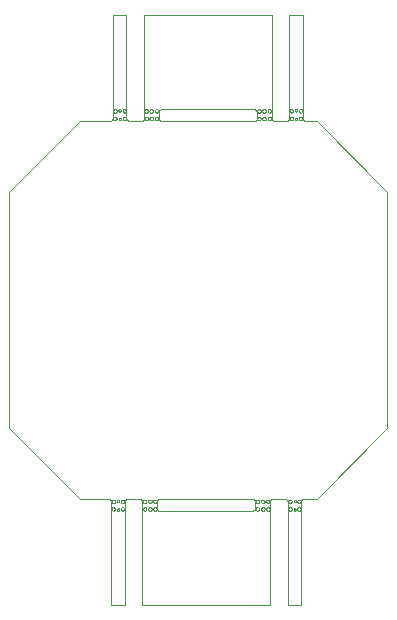
<source format=gko>
G75*
%MOIN*%
%OFA0B0*%
%FSLAX25Y25*%
%IPPOS*%
%LPD*%
%AMOC8*
5,1,8,0,0,1.08239X$1,22.5*
%
%ADD10C,0.00000*%
D10*
X0051784Y0061743D02*
X0075406Y0038121D01*
X0084658Y0038121D01*
X0084720Y0038119D01*
X0084781Y0038113D01*
X0084842Y0038104D01*
X0084903Y0038090D01*
X0084962Y0038073D01*
X0085020Y0038052D01*
X0085077Y0038027D01*
X0085132Y0037999D01*
X0085185Y0037968D01*
X0085236Y0037933D01*
X0085285Y0037895D01*
X0085332Y0037854D01*
X0085375Y0037811D01*
X0085416Y0037764D01*
X0085454Y0037715D01*
X0085489Y0037664D01*
X0085520Y0037611D01*
X0085548Y0037556D01*
X0085573Y0037499D01*
X0085594Y0037441D01*
X0085611Y0037382D01*
X0085625Y0037321D01*
X0085634Y0037260D01*
X0085640Y0037199D01*
X0085642Y0037137D01*
X0085642Y0002688D01*
X0090170Y0002688D01*
X0090170Y0037137D01*
X0088890Y0037333D02*
X0088892Y0037381D01*
X0088898Y0037429D01*
X0088908Y0037476D01*
X0088921Y0037522D01*
X0088939Y0037567D01*
X0088959Y0037611D01*
X0088984Y0037653D01*
X0089012Y0037692D01*
X0089042Y0037729D01*
X0089076Y0037763D01*
X0089113Y0037795D01*
X0089151Y0037824D01*
X0089192Y0037849D01*
X0089235Y0037871D01*
X0089280Y0037889D01*
X0089326Y0037903D01*
X0089373Y0037914D01*
X0089421Y0037921D01*
X0089469Y0037924D01*
X0089517Y0037923D01*
X0089565Y0037918D01*
X0089613Y0037909D01*
X0089659Y0037897D01*
X0089704Y0037880D01*
X0089748Y0037860D01*
X0089790Y0037837D01*
X0089830Y0037810D01*
X0089868Y0037780D01*
X0089903Y0037747D01*
X0089935Y0037711D01*
X0089965Y0037673D01*
X0089991Y0037632D01*
X0090013Y0037589D01*
X0090033Y0037545D01*
X0090048Y0037500D01*
X0090060Y0037453D01*
X0090068Y0037405D01*
X0090072Y0037357D01*
X0090072Y0037309D01*
X0090068Y0037261D01*
X0090060Y0037213D01*
X0090048Y0037166D01*
X0090033Y0037121D01*
X0090013Y0037077D01*
X0089991Y0037034D01*
X0089965Y0036993D01*
X0089935Y0036955D01*
X0089903Y0036919D01*
X0089868Y0036886D01*
X0089830Y0036856D01*
X0089790Y0036829D01*
X0089748Y0036806D01*
X0089704Y0036786D01*
X0089659Y0036769D01*
X0089613Y0036757D01*
X0089565Y0036748D01*
X0089517Y0036743D01*
X0089469Y0036742D01*
X0089421Y0036745D01*
X0089373Y0036752D01*
X0089326Y0036763D01*
X0089280Y0036777D01*
X0089235Y0036795D01*
X0089192Y0036817D01*
X0089151Y0036842D01*
X0089113Y0036871D01*
X0089076Y0036903D01*
X0089042Y0036937D01*
X0089012Y0036974D01*
X0088984Y0037013D01*
X0088959Y0037055D01*
X0088939Y0037099D01*
X0088921Y0037144D01*
X0088908Y0037190D01*
X0088898Y0037237D01*
X0088892Y0037285D01*
X0088890Y0037333D01*
X0087610Y0037530D02*
X0087612Y0037569D01*
X0087618Y0037608D01*
X0087628Y0037646D01*
X0087641Y0037683D01*
X0087658Y0037718D01*
X0087678Y0037752D01*
X0087702Y0037783D01*
X0087729Y0037812D01*
X0087758Y0037838D01*
X0087790Y0037861D01*
X0087824Y0037881D01*
X0087860Y0037897D01*
X0087897Y0037909D01*
X0087936Y0037918D01*
X0087975Y0037923D01*
X0088014Y0037924D01*
X0088053Y0037921D01*
X0088092Y0037914D01*
X0088129Y0037903D01*
X0088166Y0037889D01*
X0088201Y0037871D01*
X0088234Y0037850D01*
X0088265Y0037825D01*
X0088293Y0037798D01*
X0088318Y0037768D01*
X0088340Y0037735D01*
X0088359Y0037701D01*
X0088374Y0037665D01*
X0088386Y0037627D01*
X0088394Y0037589D01*
X0088398Y0037550D01*
X0088398Y0037510D01*
X0088394Y0037471D01*
X0088386Y0037433D01*
X0088374Y0037395D01*
X0088359Y0037359D01*
X0088340Y0037325D01*
X0088318Y0037292D01*
X0088293Y0037262D01*
X0088265Y0037235D01*
X0088234Y0037210D01*
X0088201Y0037189D01*
X0088166Y0037171D01*
X0088129Y0037157D01*
X0088092Y0037146D01*
X0088053Y0037139D01*
X0088014Y0037136D01*
X0087975Y0037137D01*
X0087936Y0037142D01*
X0087897Y0037151D01*
X0087860Y0037163D01*
X0087824Y0037179D01*
X0087790Y0037199D01*
X0087758Y0037222D01*
X0087729Y0037248D01*
X0087702Y0037277D01*
X0087678Y0037308D01*
X0087658Y0037342D01*
X0087641Y0037377D01*
X0087628Y0037414D01*
X0087618Y0037452D01*
X0087612Y0037491D01*
X0087610Y0037530D01*
X0085838Y0037333D02*
X0085840Y0037381D01*
X0085846Y0037429D01*
X0085856Y0037476D01*
X0085869Y0037522D01*
X0085887Y0037567D01*
X0085907Y0037611D01*
X0085932Y0037653D01*
X0085960Y0037692D01*
X0085990Y0037729D01*
X0086024Y0037763D01*
X0086061Y0037795D01*
X0086099Y0037824D01*
X0086140Y0037849D01*
X0086183Y0037871D01*
X0086228Y0037889D01*
X0086274Y0037903D01*
X0086321Y0037914D01*
X0086369Y0037921D01*
X0086417Y0037924D01*
X0086465Y0037923D01*
X0086513Y0037918D01*
X0086561Y0037909D01*
X0086607Y0037897D01*
X0086652Y0037880D01*
X0086696Y0037860D01*
X0086738Y0037837D01*
X0086778Y0037810D01*
X0086816Y0037780D01*
X0086851Y0037747D01*
X0086883Y0037711D01*
X0086913Y0037673D01*
X0086939Y0037632D01*
X0086961Y0037589D01*
X0086981Y0037545D01*
X0086996Y0037500D01*
X0087008Y0037453D01*
X0087016Y0037405D01*
X0087020Y0037357D01*
X0087020Y0037309D01*
X0087016Y0037261D01*
X0087008Y0037213D01*
X0086996Y0037166D01*
X0086981Y0037121D01*
X0086961Y0037077D01*
X0086939Y0037034D01*
X0086913Y0036993D01*
X0086883Y0036955D01*
X0086851Y0036919D01*
X0086816Y0036886D01*
X0086778Y0036856D01*
X0086738Y0036829D01*
X0086696Y0036806D01*
X0086652Y0036786D01*
X0086607Y0036769D01*
X0086561Y0036757D01*
X0086513Y0036748D01*
X0086465Y0036743D01*
X0086417Y0036742D01*
X0086369Y0036745D01*
X0086321Y0036752D01*
X0086274Y0036763D01*
X0086228Y0036777D01*
X0086183Y0036795D01*
X0086140Y0036817D01*
X0086099Y0036842D01*
X0086061Y0036871D01*
X0086024Y0036903D01*
X0085990Y0036937D01*
X0085960Y0036974D01*
X0085932Y0037013D01*
X0085907Y0037055D01*
X0085887Y0037099D01*
X0085869Y0037144D01*
X0085856Y0037190D01*
X0085846Y0037237D01*
X0085840Y0037285D01*
X0085838Y0037333D01*
X0085838Y0034774D02*
X0085840Y0034822D01*
X0085846Y0034870D01*
X0085856Y0034917D01*
X0085869Y0034963D01*
X0085887Y0035008D01*
X0085907Y0035052D01*
X0085932Y0035094D01*
X0085960Y0035133D01*
X0085990Y0035170D01*
X0086024Y0035204D01*
X0086061Y0035236D01*
X0086099Y0035265D01*
X0086140Y0035290D01*
X0086183Y0035312D01*
X0086228Y0035330D01*
X0086274Y0035344D01*
X0086321Y0035355D01*
X0086369Y0035362D01*
X0086417Y0035365D01*
X0086465Y0035364D01*
X0086513Y0035359D01*
X0086561Y0035350D01*
X0086607Y0035338D01*
X0086652Y0035321D01*
X0086696Y0035301D01*
X0086738Y0035278D01*
X0086778Y0035251D01*
X0086816Y0035221D01*
X0086851Y0035188D01*
X0086883Y0035152D01*
X0086913Y0035114D01*
X0086939Y0035073D01*
X0086961Y0035030D01*
X0086981Y0034986D01*
X0086996Y0034941D01*
X0087008Y0034894D01*
X0087016Y0034846D01*
X0087020Y0034798D01*
X0087020Y0034750D01*
X0087016Y0034702D01*
X0087008Y0034654D01*
X0086996Y0034607D01*
X0086981Y0034562D01*
X0086961Y0034518D01*
X0086939Y0034475D01*
X0086913Y0034434D01*
X0086883Y0034396D01*
X0086851Y0034360D01*
X0086816Y0034327D01*
X0086778Y0034297D01*
X0086738Y0034270D01*
X0086696Y0034247D01*
X0086652Y0034227D01*
X0086607Y0034210D01*
X0086561Y0034198D01*
X0086513Y0034189D01*
X0086465Y0034184D01*
X0086417Y0034183D01*
X0086369Y0034186D01*
X0086321Y0034193D01*
X0086274Y0034204D01*
X0086228Y0034218D01*
X0086183Y0034236D01*
X0086140Y0034258D01*
X0086099Y0034283D01*
X0086061Y0034312D01*
X0086024Y0034344D01*
X0085990Y0034378D01*
X0085960Y0034415D01*
X0085932Y0034454D01*
X0085907Y0034496D01*
X0085887Y0034540D01*
X0085869Y0034585D01*
X0085856Y0034631D01*
X0085846Y0034678D01*
X0085840Y0034726D01*
X0085838Y0034774D01*
X0087610Y0034578D02*
X0087612Y0034617D01*
X0087618Y0034656D01*
X0087628Y0034694D01*
X0087641Y0034731D01*
X0087658Y0034766D01*
X0087678Y0034800D01*
X0087702Y0034831D01*
X0087729Y0034860D01*
X0087758Y0034886D01*
X0087790Y0034909D01*
X0087824Y0034929D01*
X0087860Y0034945D01*
X0087897Y0034957D01*
X0087936Y0034966D01*
X0087975Y0034971D01*
X0088014Y0034972D01*
X0088053Y0034969D01*
X0088092Y0034962D01*
X0088129Y0034951D01*
X0088166Y0034937D01*
X0088201Y0034919D01*
X0088234Y0034898D01*
X0088265Y0034873D01*
X0088293Y0034846D01*
X0088318Y0034816D01*
X0088340Y0034783D01*
X0088359Y0034749D01*
X0088374Y0034713D01*
X0088386Y0034675D01*
X0088394Y0034637D01*
X0088398Y0034598D01*
X0088398Y0034558D01*
X0088394Y0034519D01*
X0088386Y0034481D01*
X0088374Y0034443D01*
X0088359Y0034407D01*
X0088340Y0034373D01*
X0088318Y0034340D01*
X0088293Y0034310D01*
X0088265Y0034283D01*
X0088234Y0034258D01*
X0088201Y0034237D01*
X0088166Y0034219D01*
X0088129Y0034205D01*
X0088092Y0034194D01*
X0088053Y0034187D01*
X0088014Y0034184D01*
X0087975Y0034185D01*
X0087936Y0034190D01*
X0087897Y0034199D01*
X0087860Y0034211D01*
X0087824Y0034227D01*
X0087790Y0034247D01*
X0087758Y0034270D01*
X0087729Y0034296D01*
X0087702Y0034325D01*
X0087678Y0034356D01*
X0087658Y0034390D01*
X0087641Y0034425D01*
X0087628Y0034462D01*
X0087618Y0034500D01*
X0087612Y0034539D01*
X0087610Y0034578D01*
X0088890Y0034774D02*
X0088892Y0034822D01*
X0088898Y0034870D01*
X0088908Y0034917D01*
X0088921Y0034963D01*
X0088939Y0035008D01*
X0088959Y0035052D01*
X0088984Y0035094D01*
X0089012Y0035133D01*
X0089042Y0035170D01*
X0089076Y0035204D01*
X0089113Y0035236D01*
X0089151Y0035265D01*
X0089192Y0035290D01*
X0089235Y0035312D01*
X0089280Y0035330D01*
X0089326Y0035344D01*
X0089373Y0035355D01*
X0089421Y0035362D01*
X0089469Y0035365D01*
X0089517Y0035364D01*
X0089565Y0035359D01*
X0089613Y0035350D01*
X0089659Y0035338D01*
X0089704Y0035321D01*
X0089748Y0035301D01*
X0089790Y0035278D01*
X0089830Y0035251D01*
X0089868Y0035221D01*
X0089903Y0035188D01*
X0089935Y0035152D01*
X0089965Y0035114D01*
X0089991Y0035073D01*
X0090013Y0035030D01*
X0090033Y0034986D01*
X0090048Y0034941D01*
X0090060Y0034894D01*
X0090068Y0034846D01*
X0090072Y0034798D01*
X0090072Y0034750D01*
X0090068Y0034702D01*
X0090060Y0034654D01*
X0090048Y0034607D01*
X0090033Y0034562D01*
X0090013Y0034518D01*
X0089991Y0034475D01*
X0089965Y0034434D01*
X0089935Y0034396D01*
X0089903Y0034360D01*
X0089868Y0034327D01*
X0089830Y0034297D01*
X0089790Y0034270D01*
X0089748Y0034247D01*
X0089704Y0034227D01*
X0089659Y0034210D01*
X0089613Y0034198D01*
X0089565Y0034189D01*
X0089517Y0034184D01*
X0089469Y0034183D01*
X0089421Y0034186D01*
X0089373Y0034193D01*
X0089326Y0034204D01*
X0089280Y0034218D01*
X0089235Y0034236D01*
X0089192Y0034258D01*
X0089151Y0034283D01*
X0089113Y0034312D01*
X0089076Y0034344D01*
X0089042Y0034378D01*
X0089012Y0034415D01*
X0088984Y0034454D01*
X0088959Y0034496D01*
X0088939Y0034540D01*
X0088921Y0034585D01*
X0088908Y0034631D01*
X0088898Y0034678D01*
X0088892Y0034726D01*
X0088890Y0034774D01*
X0090170Y0037137D02*
X0090172Y0037199D01*
X0090178Y0037260D01*
X0090187Y0037321D01*
X0090201Y0037382D01*
X0090218Y0037441D01*
X0090239Y0037499D01*
X0090264Y0037556D01*
X0090292Y0037611D01*
X0090323Y0037664D01*
X0090358Y0037715D01*
X0090396Y0037764D01*
X0090437Y0037811D01*
X0090480Y0037854D01*
X0090527Y0037895D01*
X0090576Y0037933D01*
X0090627Y0037968D01*
X0090680Y0037999D01*
X0090735Y0038027D01*
X0090792Y0038052D01*
X0090850Y0038073D01*
X0090909Y0038090D01*
X0090970Y0038104D01*
X0091031Y0038113D01*
X0091092Y0038119D01*
X0091154Y0038121D01*
X0095091Y0038121D01*
X0095153Y0038119D01*
X0095214Y0038113D01*
X0095275Y0038104D01*
X0095336Y0038090D01*
X0095395Y0038073D01*
X0095453Y0038052D01*
X0095510Y0038027D01*
X0095565Y0037999D01*
X0095618Y0037968D01*
X0095669Y0037933D01*
X0095718Y0037895D01*
X0095765Y0037854D01*
X0095808Y0037811D01*
X0095849Y0037764D01*
X0095887Y0037715D01*
X0095922Y0037664D01*
X0095953Y0037611D01*
X0095981Y0037556D01*
X0096006Y0037499D01*
X0096027Y0037441D01*
X0096044Y0037382D01*
X0096058Y0037321D01*
X0096067Y0037260D01*
X0096073Y0037199D01*
X0096075Y0037137D01*
X0096075Y0002688D01*
X0138595Y0002688D01*
X0138595Y0037137D01*
X0137315Y0037333D02*
X0137317Y0037381D01*
X0137323Y0037429D01*
X0137333Y0037476D01*
X0137346Y0037522D01*
X0137364Y0037567D01*
X0137384Y0037611D01*
X0137409Y0037653D01*
X0137437Y0037692D01*
X0137467Y0037729D01*
X0137501Y0037763D01*
X0137538Y0037795D01*
X0137576Y0037824D01*
X0137617Y0037849D01*
X0137660Y0037871D01*
X0137705Y0037889D01*
X0137751Y0037903D01*
X0137798Y0037914D01*
X0137846Y0037921D01*
X0137894Y0037924D01*
X0137942Y0037923D01*
X0137990Y0037918D01*
X0138038Y0037909D01*
X0138084Y0037897D01*
X0138129Y0037880D01*
X0138173Y0037860D01*
X0138215Y0037837D01*
X0138255Y0037810D01*
X0138293Y0037780D01*
X0138328Y0037747D01*
X0138360Y0037711D01*
X0138390Y0037673D01*
X0138416Y0037632D01*
X0138438Y0037589D01*
X0138458Y0037545D01*
X0138473Y0037500D01*
X0138485Y0037453D01*
X0138493Y0037405D01*
X0138497Y0037357D01*
X0138497Y0037309D01*
X0138493Y0037261D01*
X0138485Y0037213D01*
X0138473Y0037166D01*
X0138458Y0037121D01*
X0138438Y0037077D01*
X0138416Y0037034D01*
X0138390Y0036993D01*
X0138360Y0036955D01*
X0138328Y0036919D01*
X0138293Y0036886D01*
X0138255Y0036856D01*
X0138215Y0036829D01*
X0138173Y0036806D01*
X0138129Y0036786D01*
X0138084Y0036769D01*
X0138038Y0036757D01*
X0137990Y0036748D01*
X0137942Y0036743D01*
X0137894Y0036742D01*
X0137846Y0036745D01*
X0137798Y0036752D01*
X0137751Y0036763D01*
X0137705Y0036777D01*
X0137660Y0036795D01*
X0137617Y0036817D01*
X0137576Y0036842D01*
X0137538Y0036871D01*
X0137501Y0036903D01*
X0137467Y0036937D01*
X0137437Y0036974D01*
X0137409Y0037013D01*
X0137384Y0037055D01*
X0137364Y0037099D01*
X0137346Y0037144D01*
X0137333Y0037190D01*
X0137323Y0037237D01*
X0137317Y0037285D01*
X0137315Y0037333D01*
X0135642Y0037333D02*
X0135644Y0037381D01*
X0135650Y0037429D01*
X0135660Y0037476D01*
X0135673Y0037522D01*
X0135691Y0037567D01*
X0135711Y0037611D01*
X0135736Y0037653D01*
X0135764Y0037692D01*
X0135794Y0037729D01*
X0135828Y0037763D01*
X0135865Y0037795D01*
X0135903Y0037824D01*
X0135944Y0037849D01*
X0135987Y0037871D01*
X0136032Y0037889D01*
X0136078Y0037903D01*
X0136125Y0037914D01*
X0136173Y0037921D01*
X0136221Y0037924D01*
X0136269Y0037923D01*
X0136317Y0037918D01*
X0136365Y0037909D01*
X0136411Y0037897D01*
X0136456Y0037880D01*
X0136500Y0037860D01*
X0136542Y0037837D01*
X0136582Y0037810D01*
X0136620Y0037780D01*
X0136655Y0037747D01*
X0136687Y0037711D01*
X0136717Y0037673D01*
X0136743Y0037632D01*
X0136765Y0037589D01*
X0136785Y0037545D01*
X0136800Y0037500D01*
X0136812Y0037453D01*
X0136820Y0037405D01*
X0136824Y0037357D01*
X0136824Y0037309D01*
X0136820Y0037261D01*
X0136812Y0037213D01*
X0136800Y0037166D01*
X0136785Y0037121D01*
X0136765Y0037077D01*
X0136743Y0037034D01*
X0136717Y0036993D01*
X0136687Y0036955D01*
X0136655Y0036919D01*
X0136620Y0036886D01*
X0136582Y0036856D01*
X0136542Y0036829D01*
X0136500Y0036806D01*
X0136456Y0036786D01*
X0136411Y0036769D01*
X0136365Y0036757D01*
X0136317Y0036748D01*
X0136269Y0036743D01*
X0136221Y0036742D01*
X0136173Y0036745D01*
X0136125Y0036752D01*
X0136078Y0036763D01*
X0136032Y0036777D01*
X0135987Y0036795D01*
X0135944Y0036817D01*
X0135903Y0036842D01*
X0135865Y0036871D01*
X0135828Y0036903D01*
X0135794Y0036937D01*
X0135764Y0036974D01*
X0135736Y0037013D01*
X0135711Y0037055D01*
X0135691Y0037099D01*
X0135673Y0037144D01*
X0135660Y0037190D01*
X0135650Y0037237D01*
X0135644Y0037285D01*
X0135642Y0037333D01*
X0133870Y0037333D02*
X0133872Y0037381D01*
X0133878Y0037429D01*
X0133888Y0037476D01*
X0133901Y0037522D01*
X0133919Y0037567D01*
X0133939Y0037611D01*
X0133964Y0037653D01*
X0133992Y0037692D01*
X0134022Y0037729D01*
X0134056Y0037763D01*
X0134093Y0037795D01*
X0134131Y0037824D01*
X0134172Y0037849D01*
X0134215Y0037871D01*
X0134260Y0037889D01*
X0134306Y0037903D01*
X0134353Y0037914D01*
X0134401Y0037921D01*
X0134449Y0037924D01*
X0134497Y0037923D01*
X0134545Y0037918D01*
X0134593Y0037909D01*
X0134639Y0037897D01*
X0134684Y0037880D01*
X0134728Y0037860D01*
X0134770Y0037837D01*
X0134810Y0037810D01*
X0134848Y0037780D01*
X0134883Y0037747D01*
X0134915Y0037711D01*
X0134945Y0037673D01*
X0134971Y0037632D01*
X0134993Y0037589D01*
X0135013Y0037545D01*
X0135028Y0037500D01*
X0135040Y0037453D01*
X0135048Y0037405D01*
X0135052Y0037357D01*
X0135052Y0037309D01*
X0135048Y0037261D01*
X0135040Y0037213D01*
X0135028Y0037166D01*
X0135013Y0037121D01*
X0134993Y0037077D01*
X0134971Y0037034D01*
X0134945Y0036993D01*
X0134915Y0036955D01*
X0134883Y0036919D01*
X0134848Y0036886D01*
X0134810Y0036856D01*
X0134770Y0036829D01*
X0134728Y0036806D01*
X0134684Y0036786D01*
X0134639Y0036769D01*
X0134593Y0036757D01*
X0134545Y0036748D01*
X0134497Y0036743D01*
X0134449Y0036742D01*
X0134401Y0036745D01*
X0134353Y0036752D01*
X0134306Y0036763D01*
X0134260Y0036777D01*
X0134215Y0036795D01*
X0134172Y0036817D01*
X0134131Y0036842D01*
X0134093Y0036871D01*
X0134056Y0036903D01*
X0134022Y0036937D01*
X0133992Y0036974D01*
X0133964Y0037013D01*
X0133939Y0037055D01*
X0133919Y0037099D01*
X0133901Y0037144D01*
X0133888Y0037190D01*
X0133878Y0037237D01*
X0133872Y0037285D01*
X0133870Y0037333D01*
X0133673Y0037137D02*
X0133673Y0035168D01*
X0133870Y0034774D02*
X0133872Y0034822D01*
X0133878Y0034870D01*
X0133888Y0034917D01*
X0133901Y0034963D01*
X0133919Y0035008D01*
X0133939Y0035052D01*
X0133964Y0035094D01*
X0133992Y0035133D01*
X0134022Y0035170D01*
X0134056Y0035204D01*
X0134093Y0035236D01*
X0134131Y0035265D01*
X0134172Y0035290D01*
X0134215Y0035312D01*
X0134260Y0035330D01*
X0134306Y0035344D01*
X0134353Y0035355D01*
X0134401Y0035362D01*
X0134449Y0035365D01*
X0134497Y0035364D01*
X0134545Y0035359D01*
X0134593Y0035350D01*
X0134639Y0035338D01*
X0134684Y0035321D01*
X0134728Y0035301D01*
X0134770Y0035278D01*
X0134810Y0035251D01*
X0134848Y0035221D01*
X0134883Y0035188D01*
X0134915Y0035152D01*
X0134945Y0035114D01*
X0134971Y0035073D01*
X0134993Y0035030D01*
X0135013Y0034986D01*
X0135028Y0034941D01*
X0135040Y0034894D01*
X0135048Y0034846D01*
X0135052Y0034798D01*
X0135052Y0034750D01*
X0135048Y0034702D01*
X0135040Y0034654D01*
X0135028Y0034607D01*
X0135013Y0034562D01*
X0134993Y0034518D01*
X0134971Y0034475D01*
X0134945Y0034434D01*
X0134915Y0034396D01*
X0134883Y0034360D01*
X0134848Y0034327D01*
X0134810Y0034297D01*
X0134770Y0034270D01*
X0134728Y0034247D01*
X0134684Y0034227D01*
X0134639Y0034210D01*
X0134593Y0034198D01*
X0134545Y0034189D01*
X0134497Y0034184D01*
X0134449Y0034183D01*
X0134401Y0034186D01*
X0134353Y0034193D01*
X0134306Y0034204D01*
X0134260Y0034218D01*
X0134215Y0034236D01*
X0134172Y0034258D01*
X0134131Y0034283D01*
X0134093Y0034312D01*
X0134056Y0034344D01*
X0134022Y0034378D01*
X0133992Y0034415D01*
X0133964Y0034454D01*
X0133939Y0034496D01*
X0133919Y0034540D01*
X0133901Y0034585D01*
X0133888Y0034631D01*
X0133878Y0034678D01*
X0133872Y0034726D01*
X0133870Y0034774D01*
X0133673Y0035168D02*
X0133671Y0035106D01*
X0133665Y0035045D01*
X0133656Y0034984D01*
X0133642Y0034923D01*
X0133625Y0034864D01*
X0133604Y0034806D01*
X0133579Y0034749D01*
X0133551Y0034694D01*
X0133520Y0034641D01*
X0133485Y0034590D01*
X0133447Y0034541D01*
X0133406Y0034494D01*
X0133363Y0034451D01*
X0133316Y0034410D01*
X0133267Y0034372D01*
X0133216Y0034337D01*
X0133163Y0034306D01*
X0133108Y0034278D01*
X0133051Y0034253D01*
X0132993Y0034232D01*
X0132934Y0034215D01*
X0132873Y0034201D01*
X0132812Y0034192D01*
X0132751Y0034186D01*
X0132689Y0034184D01*
X0101587Y0034184D01*
X0101587Y0034183D02*
X0101534Y0034199D01*
X0101482Y0034217D01*
X0101431Y0034240D01*
X0101382Y0034266D01*
X0101335Y0034295D01*
X0101290Y0034327D01*
X0101247Y0034362D01*
X0101206Y0034400D01*
X0101169Y0034441D01*
X0101134Y0034484D01*
X0101102Y0034530D01*
X0101074Y0034577D01*
X0101049Y0034627D01*
X0101027Y0034678D01*
X0101009Y0034730D01*
X0100994Y0034783D01*
X0100983Y0034838D01*
X0100976Y0034893D01*
X0100972Y0034948D01*
X0100973Y0035004D01*
X0100977Y0035059D01*
X0100985Y0035114D01*
X0100996Y0035168D01*
X0100996Y0037137D01*
X0099716Y0037333D02*
X0099718Y0037381D01*
X0099724Y0037429D01*
X0099734Y0037476D01*
X0099747Y0037522D01*
X0099765Y0037567D01*
X0099785Y0037611D01*
X0099810Y0037653D01*
X0099838Y0037692D01*
X0099868Y0037729D01*
X0099902Y0037763D01*
X0099939Y0037795D01*
X0099977Y0037824D01*
X0100018Y0037849D01*
X0100061Y0037871D01*
X0100106Y0037889D01*
X0100152Y0037903D01*
X0100199Y0037914D01*
X0100247Y0037921D01*
X0100295Y0037924D01*
X0100343Y0037923D01*
X0100391Y0037918D01*
X0100439Y0037909D01*
X0100485Y0037897D01*
X0100530Y0037880D01*
X0100574Y0037860D01*
X0100616Y0037837D01*
X0100656Y0037810D01*
X0100694Y0037780D01*
X0100729Y0037747D01*
X0100761Y0037711D01*
X0100791Y0037673D01*
X0100817Y0037632D01*
X0100839Y0037589D01*
X0100859Y0037545D01*
X0100874Y0037500D01*
X0100886Y0037453D01*
X0100894Y0037405D01*
X0100898Y0037357D01*
X0100898Y0037309D01*
X0100894Y0037261D01*
X0100886Y0037213D01*
X0100874Y0037166D01*
X0100859Y0037121D01*
X0100839Y0037077D01*
X0100817Y0037034D01*
X0100791Y0036993D01*
X0100761Y0036955D01*
X0100729Y0036919D01*
X0100694Y0036886D01*
X0100656Y0036856D01*
X0100616Y0036829D01*
X0100574Y0036806D01*
X0100530Y0036786D01*
X0100485Y0036769D01*
X0100439Y0036757D01*
X0100391Y0036748D01*
X0100343Y0036743D01*
X0100295Y0036742D01*
X0100247Y0036745D01*
X0100199Y0036752D01*
X0100152Y0036763D01*
X0100106Y0036777D01*
X0100061Y0036795D01*
X0100018Y0036817D01*
X0099977Y0036842D01*
X0099939Y0036871D01*
X0099902Y0036903D01*
X0099868Y0036937D01*
X0099838Y0036974D01*
X0099810Y0037013D01*
X0099785Y0037055D01*
X0099765Y0037099D01*
X0099747Y0037144D01*
X0099734Y0037190D01*
X0099724Y0037237D01*
X0099718Y0037285D01*
X0099716Y0037333D01*
X0098043Y0037333D02*
X0098045Y0037381D01*
X0098051Y0037429D01*
X0098061Y0037476D01*
X0098074Y0037522D01*
X0098092Y0037567D01*
X0098112Y0037611D01*
X0098137Y0037653D01*
X0098165Y0037692D01*
X0098195Y0037729D01*
X0098229Y0037763D01*
X0098266Y0037795D01*
X0098304Y0037824D01*
X0098345Y0037849D01*
X0098388Y0037871D01*
X0098433Y0037889D01*
X0098479Y0037903D01*
X0098526Y0037914D01*
X0098574Y0037921D01*
X0098622Y0037924D01*
X0098670Y0037923D01*
X0098718Y0037918D01*
X0098766Y0037909D01*
X0098812Y0037897D01*
X0098857Y0037880D01*
X0098901Y0037860D01*
X0098943Y0037837D01*
X0098983Y0037810D01*
X0099021Y0037780D01*
X0099056Y0037747D01*
X0099088Y0037711D01*
X0099118Y0037673D01*
X0099144Y0037632D01*
X0099166Y0037589D01*
X0099186Y0037545D01*
X0099201Y0037500D01*
X0099213Y0037453D01*
X0099221Y0037405D01*
X0099225Y0037357D01*
X0099225Y0037309D01*
X0099221Y0037261D01*
X0099213Y0037213D01*
X0099201Y0037166D01*
X0099186Y0037121D01*
X0099166Y0037077D01*
X0099144Y0037034D01*
X0099118Y0036993D01*
X0099088Y0036955D01*
X0099056Y0036919D01*
X0099021Y0036886D01*
X0098983Y0036856D01*
X0098943Y0036829D01*
X0098901Y0036806D01*
X0098857Y0036786D01*
X0098812Y0036769D01*
X0098766Y0036757D01*
X0098718Y0036748D01*
X0098670Y0036743D01*
X0098622Y0036742D01*
X0098574Y0036745D01*
X0098526Y0036752D01*
X0098479Y0036763D01*
X0098433Y0036777D01*
X0098388Y0036795D01*
X0098345Y0036817D01*
X0098304Y0036842D01*
X0098266Y0036871D01*
X0098229Y0036903D01*
X0098195Y0036937D01*
X0098165Y0036974D01*
X0098137Y0037013D01*
X0098112Y0037055D01*
X0098092Y0037099D01*
X0098074Y0037144D01*
X0098061Y0037190D01*
X0098051Y0037237D01*
X0098045Y0037285D01*
X0098043Y0037333D01*
X0096271Y0037333D02*
X0096273Y0037381D01*
X0096279Y0037429D01*
X0096289Y0037476D01*
X0096302Y0037522D01*
X0096320Y0037567D01*
X0096340Y0037611D01*
X0096365Y0037653D01*
X0096393Y0037692D01*
X0096423Y0037729D01*
X0096457Y0037763D01*
X0096494Y0037795D01*
X0096532Y0037824D01*
X0096573Y0037849D01*
X0096616Y0037871D01*
X0096661Y0037889D01*
X0096707Y0037903D01*
X0096754Y0037914D01*
X0096802Y0037921D01*
X0096850Y0037924D01*
X0096898Y0037923D01*
X0096946Y0037918D01*
X0096994Y0037909D01*
X0097040Y0037897D01*
X0097085Y0037880D01*
X0097129Y0037860D01*
X0097171Y0037837D01*
X0097211Y0037810D01*
X0097249Y0037780D01*
X0097284Y0037747D01*
X0097316Y0037711D01*
X0097346Y0037673D01*
X0097372Y0037632D01*
X0097394Y0037589D01*
X0097414Y0037545D01*
X0097429Y0037500D01*
X0097441Y0037453D01*
X0097449Y0037405D01*
X0097453Y0037357D01*
X0097453Y0037309D01*
X0097449Y0037261D01*
X0097441Y0037213D01*
X0097429Y0037166D01*
X0097414Y0037121D01*
X0097394Y0037077D01*
X0097372Y0037034D01*
X0097346Y0036993D01*
X0097316Y0036955D01*
X0097284Y0036919D01*
X0097249Y0036886D01*
X0097211Y0036856D01*
X0097171Y0036829D01*
X0097129Y0036806D01*
X0097085Y0036786D01*
X0097040Y0036769D01*
X0096994Y0036757D01*
X0096946Y0036748D01*
X0096898Y0036743D01*
X0096850Y0036742D01*
X0096802Y0036745D01*
X0096754Y0036752D01*
X0096707Y0036763D01*
X0096661Y0036777D01*
X0096616Y0036795D01*
X0096573Y0036817D01*
X0096532Y0036842D01*
X0096494Y0036871D01*
X0096457Y0036903D01*
X0096423Y0036937D01*
X0096393Y0036974D01*
X0096365Y0037013D01*
X0096340Y0037055D01*
X0096320Y0037099D01*
X0096302Y0037144D01*
X0096289Y0037190D01*
X0096279Y0037237D01*
X0096273Y0037285D01*
X0096271Y0037333D01*
X0096271Y0034774D02*
X0096273Y0034822D01*
X0096279Y0034870D01*
X0096289Y0034917D01*
X0096302Y0034963D01*
X0096320Y0035008D01*
X0096340Y0035052D01*
X0096365Y0035094D01*
X0096393Y0035133D01*
X0096423Y0035170D01*
X0096457Y0035204D01*
X0096494Y0035236D01*
X0096532Y0035265D01*
X0096573Y0035290D01*
X0096616Y0035312D01*
X0096661Y0035330D01*
X0096707Y0035344D01*
X0096754Y0035355D01*
X0096802Y0035362D01*
X0096850Y0035365D01*
X0096898Y0035364D01*
X0096946Y0035359D01*
X0096994Y0035350D01*
X0097040Y0035338D01*
X0097085Y0035321D01*
X0097129Y0035301D01*
X0097171Y0035278D01*
X0097211Y0035251D01*
X0097249Y0035221D01*
X0097284Y0035188D01*
X0097316Y0035152D01*
X0097346Y0035114D01*
X0097372Y0035073D01*
X0097394Y0035030D01*
X0097414Y0034986D01*
X0097429Y0034941D01*
X0097441Y0034894D01*
X0097449Y0034846D01*
X0097453Y0034798D01*
X0097453Y0034750D01*
X0097449Y0034702D01*
X0097441Y0034654D01*
X0097429Y0034607D01*
X0097414Y0034562D01*
X0097394Y0034518D01*
X0097372Y0034475D01*
X0097346Y0034434D01*
X0097316Y0034396D01*
X0097284Y0034360D01*
X0097249Y0034327D01*
X0097211Y0034297D01*
X0097171Y0034270D01*
X0097129Y0034247D01*
X0097085Y0034227D01*
X0097040Y0034210D01*
X0096994Y0034198D01*
X0096946Y0034189D01*
X0096898Y0034184D01*
X0096850Y0034183D01*
X0096802Y0034186D01*
X0096754Y0034193D01*
X0096707Y0034204D01*
X0096661Y0034218D01*
X0096616Y0034236D01*
X0096573Y0034258D01*
X0096532Y0034283D01*
X0096494Y0034312D01*
X0096457Y0034344D01*
X0096423Y0034378D01*
X0096393Y0034415D01*
X0096365Y0034454D01*
X0096340Y0034496D01*
X0096320Y0034540D01*
X0096302Y0034585D01*
X0096289Y0034631D01*
X0096279Y0034678D01*
X0096273Y0034726D01*
X0096271Y0034774D01*
X0098043Y0034774D02*
X0098045Y0034822D01*
X0098051Y0034870D01*
X0098061Y0034917D01*
X0098074Y0034963D01*
X0098092Y0035008D01*
X0098112Y0035052D01*
X0098137Y0035094D01*
X0098165Y0035133D01*
X0098195Y0035170D01*
X0098229Y0035204D01*
X0098266Y0035236D01*
X0098304Y0035265D01*
X0098345Y0035290D01*
X0098388Y0035312D01*
X0098433Y0035330D01*
X0098479Y0035344D01*
X0098526Y0035355D01*
X0098574Y0035362D01*
X0098622Y0035365D01*
X0098670Y0035364D01*
X0098718Y0035359D01*
X0098766Y0035350D01*
X0098812Y0035338D01*
X0098857Y0035321D01*
X0098901Y0035301D01*
X0098943Y0035278D01*
X0098983Y0035251D01*
X0099021Y0035221D01*
X0099056Y0035188D01*
X0099088Y0035152D01*
X0099118Y0035114D01*
X0099144Y0035073D01*
X0099166Y0035030D01*
X0099186Y0034986D01*
X0099201Y0034941D01*
X0099213Y0034894D01*
X0099221Y0034846D01*
X0099225Y0034798D01*
X0099225Y0034750D01*
X0099221Y0034702D01*
X0099213Y0034654D01*
X0099201Y0034607D01*
X0099186Y0034562D01*
X0099166Y0034518D01*
X0099144Y0034475D01*
X0099118Y0034434D01*
X0099088Y0034396D01*
X0099056Y0034360D01*
X0099021Y0034327D01*
X0098983Y0034297D01*
X0098943Y0034270D01*
X0098901Y0034247D01*
X0098857Y0034227D01*
X0098812Y0034210D01*
X0098766Y0034198D01*
X0098718Y0034189D01*
X0098670Y0034184D01*
X0098622Y0034183D01*
X0098574Y0034186D01*
X0098526Y0034193D01*
X0098479Y0034204D01*
X0098433Y0034218D01*
X0098388Y0034236D01*
X0098345Y0034258D01*
X0098304Y0034283D01*
X0098266Y0034312D01*
X0098229Y0034344D01*
X0098195Y0034378D01*
X0098165Y0034415D01*
X0098137Y0034454D01*
X0098112Y0034496D01*
X0098092Y0034540D01*
X0098074Y0034585D01*
X0098061Y0034631D01*
X0098051Y0034678D01*
X0098045Y0034726D01*
X0098043Y0034774D01*
X0099716Y0034774D02*
X0099718Y0034822D01*
X0099724Y0034870D01*
X0099734Y0034917D01*
X0099747Y0034963D01*
X0099765Y0035008D01*
X0099785Y0035052D01*
X0099810Y0035094D01*
X0099838Y0035133D01*
X0099868Y0035170D01*
X0099902Y0035204D01*
X0099939Y0035236D01*
X0099977Y0035265D01*
X0100018Y0035290D01*
X0100061Y0035312D01*
X0100106Y0035330D01*
X0100152Y0035344D01*
X0100199Y0035355D01*
X0100247Y0035362D01*
X0100295Y0035365D01*
X0100343Y0035364D01*
X0100391Y0035359D01*
X0100439Y0035350D01*
X0100485Y0035338D01*
X0100530Y0035321D01*
X0100574Y0035301D01*
X0100616Y0035278D01*
X0100656Y0035251D01*
X0100694Y0035221D01*
X0100729Y0035188D01*
X0100761Y0035152D01*
X0100791Y0035114D01*
X0100817Y0035073D01*
X0100839Y0035030D01*
X0100859Y0034986D01*
X0100874Y0034941D01*
X0100886Y0034894D01*
X0100894Y0034846D01*
X0100898Y0034798D01*
X0100898Y0034750D01*
X0100894Y0034702D01*
X0100886Y0034654D01*
X0100874Y0034607D01*
X0100859Y0034562D01*
X0100839Y0034518D01*
X0100817Y0034475D01*
X0100791Y0034434D01*
X0100761Y0034396D01*
X0100729Y0034360D01*
X0100694Y0034327D01*
X0100656Y0034297D01*
X0100616Y0034270D01*
X0100574Y0034247D01*
X0100530Y0034227D01*
X0100485Y0034210D01*
X0100439Y0034198D01*
X0100391Y0034189D01*
X0100343Y0034184D01*
X0100295Y0034183D01*
X0100247Y0034186D01*
X0100199Y0034193D01*
X0100152Y0034204D01*
X0100106Y0034218D01*
X0100061Y0034236D01*
X0100018Y0034258D01*
X0099977Y0034283D01*
X0099939Y0034312D01*
X0099902Y0034344D01*
X0099868Y0034378D01*
X0099838Y0034415D01*
X0099810Y0034454D01*
X0099785Y0034496D01*
X0099765Y0034540D01*
X0099747Y0034585D01*
X0099734Y0034631D01*
X0099724Y0034678D01*
X0099718Y0034726D01*
X0099716Y0034774D01*
X0100997Y0037137D02*
X0100999Y0037199D01*
X0101005Y0037260D01*
X0101014Y0037321D01*
X0101028Y0037382D01*
X0101045Y0037441D01*
X0101066Y0037499D01*
X0101091Y0037556D01*
X0101119Y0037611D01*
X0101150Y0037664D01*
X0101185Y0037715D01*
X0101223Y0037764D01*
X0101264Y0037811D01*
X0101307Y0037854D01*
X0101354Y0037895D01*
X0101403Y0037933D01*
X0101454Y0037968D01*
X0101507Y0037999D01*
X0101562Y0038027D01*
X0101619Y0038052D01*
X0101677Y0038073D01*
X0101736Y0038090D01*
X0101797Y0038104D01*
X0101858Y0038113D01*
X0101919Y0038119D01*
X0101981Y0038121D01*
X0132689Y0038121D01*
X0132751Y0038119D01*
X0132812Y0038113D01*
X0132873Y0038104D01*
X0132934Y0038090D01*
X0132993Y0038073D01*
X0133051Y0038052D01*
X0133108Y0038027D01*
X0133163Y0037999D01*
X0133216Y0037968D01*
X0133267Y0037933D01*
X0133316Y0037895D01*
X0133363Y0037854D01*
X0133406Y0037811D01*
X0133447Y0037764D01*
X0133485Y0037715D01*
X0133520Y0037664D01*
X0133551Y0037611D01*
X0133579Y0037556D01*
X0133604Y0037499D01*
X0133625Y0037441D01*
X0133642Y0037382D01*
X0133656Y0037321D01*
X0133665Y0037260D01*
X0133671Y0037199D01*
X0133673Y0037137D01*
X0135642Y0034774D02*
X0135644Y0034822D01*
X0135650Y0034870D01*
X0135660Y0034917D01*
X0135673Y0034963D01*
X0135691Y0035008D01*
X0135711Y0035052D01*
X0135736Y0035094D01*
X0135764Y0035133D01*
X0135794Y0035170D01*
X0135828Y0035204D01*
X0135865Y0035236D01*
X0135903Y0035265D01*
X0135944Y0035290D01*
X0135987Y0035312D01*
X0136032Y0035330D01*
X0136078Y0035344D01*
X0136125Y0035355D01*
X0136173Y0035362D01*
X0136221Y0035365D01*
X0136269Y0035364D01*
X0136317Y0035359D01*
X0136365Y0035350D01*
X0136411Y0035338D01*
X0136456Y0035321D01*
X0136500Y0035301D01*
X0136542Y0035278D01*
X0136582Y0035251D01*
X0136620Y0035221D01*
X0136655Y0035188D01*
X0136687Y0035152D01*
X0136717Y0035114D01*
X0136743Y0035073D01*
X0136765Y0035030D01*
X0136785Y0034986D01*
X0136800Y0034941D01*
X0136812Y0034894D01*
X0136820Y0034846D01*
X0136824Y0034798D01*
X0136824Y0034750D01*
X0136820Y0034702D01*
X0136812Y0034654D01*
X0136800Y0034607D01*
X0136785Y0034562D01*
X0136765Y0034518D01*
X0136743Y0034475D01*
X0136717Y0034434D01*
X0136687Y0034396D01*
X0136655Y0034360D01*
X0136620Y0034327D01*
X0136582Y0034297D01*
X0136542Y0034270D01*
X0136500Y0034247D01*
X0136456Y0034227D01*
X0136411Y0034210D01*
X0136365Y0034198D01*
X0136317Y0034189D01*
X0136269Y0034184D01*
X0136221Y0034183D01*
X0136173Y0034186D01*
X0136125Y0034193D01*
X0136078Y0034204D01*
X0136032Y0034218D01*
X0135987Y0034236D01*
X0135944Y0034258D01*
X0135903Y0034283D01*
X0135865Y0034312D01*
X0135828Y0034344D01*
X0135794Y0034378D01*
X0135764Y0034415D01*
X0135736Y0034454D01*
X0135711Y0034496D01*
X0135691Y0034540D01*
X0135673Y0034585D01*
X0135660Y0034631D01*
X0135650Y0034678D01*
X0135644Y0034726D01*
X0135642Y0034774D01*
X0137315Y0034774D02*
X0137317Y0034822D01*
X0137323Y0034870D01*
X0137333Y0034917D01*
X0137346Y0034963D01*
X0137364Y0035008D01*
X0137384Y0035052D01*
X0137409Y0035094D01*
X0137437Y0035133D01*
X0137467Y0035170D01*
X0137501Y0035204D01*
X0137538Y0035236D01*
X0137576Y0035265D01*
X0137617Y0035290D01*
X0137660Y0035312D01*
X0137705Y0035330D01*
X0137751Y0035344D01*
X0137798Y0035355D01*
X0137846Y0035362D01*
X0137894Y0035365D01*
X0137942Y0035364D01*
X0137990Y0035359D01*
X0138038Y0035350D01*
X0138084Y0035338D01*
X0138129Y0035321D01*
X0138173Y0035301D01*
X0138215Y0035278D01*
X0138255Y0035251D01*
X0138293Y0035221D01*
X0138328Y0035188D01*
X0138360Y0035152D01*
X0138390Y0035114D01*
X0138416Y0035073D01*
X0138438Y0035030D01*
X0138458Y0034986D01*
X0138473Y0034941D01*
X0138485Y0034894D01*
X0138493Y0034846D01*
X0138497Y0034798D01*
X0138497Y0034750D01*
X0138493Y0034702D01*
X0138485Y0034654D01*
X0138473Y0034607D01*
X0138458Y0034562D01*
X0138438Y0034518D01*
X0138416Y0034475D01*
X0138390Y0034434D01*
X0138360Y0034396D01*
X0138328Y0034360D01*
X0138293Y0034327D01*
X0138255Y0034297D01*
X0138215Y0034270D01*
X0138173Y0034247D01*
X0138129Y0034227D01*
X0138084Y0034210D01*
X0138038Y0034198D01*
X0137990Y0034189D01*
X0137942Y0034184D01*
X0137894Y0034183D01*
X0137846Y0034186D01*
X0137798Y0034193D01*
X0137751Y0034204D01*
X0137705Y0034218D01*
X0137660Y0034236D01*
X0137617Y0034258D01*
X0137576Y0034283D01*
X0137538Y0034312D01*
X0137501Y0034344D01*
X0137467Y0034378D01*
X0137437Y0034415D01*
X0137409Y0034454D01*
X0137384Y0034496D01*
X0137364Y0034540D01*
X0137346Y0034585D01*
X0137333Y0034631D01*
X0137323Y0034678D01*
X0137317Y0034726D01*
X0137315Y0034774D01*
X0138595Y0037137D02*
X0138597Y0037199D01*
X0138603Y0037260D01*
X0138612Y0037321D01*
X0138626Y0037382D01*
X0138643Y0037441D01*
X0138664Y0037499D01*
X0138689Y0037556D01*
X0138717Y0037611D01*
X0138748Y0037664D01*
X0138783Y0037715D01*
X0138821Y0037764D01*
X0138862Y0037811D01*
X0138905Y0037854D01*
X0138952Y0037895D01*
X0139001Y0037933D01*
X0139052Y0037968D01*
X0139105Y0037999D01*
X0139160Y0038027D01*
X0139217Y0038052D01*
X0139275Y0038073D01*
X0139334Y0038090D01*
X0139395Y0038104D01*
X0139456Y0038113D01*
X0139517Y0038119D01*
X0139579Y0038121D01*
X0143516Y0038121D01*
X0143578Y0038119D01*
X0143639Y0038113D01*
X0143700Y0038104D01*
X0143761Y0038090D01*
X0143820Y0038073D01*
X0143878Y0038052D01*
X0143935Y0038027D01*
X0143990Y0037999D01*
X0144043Y0037968D01*
X0144094Y0037933D01*
X0144143Y0037895D01*
X0144190Y0037854D01*
X0144233Y0037811D01*
X0144274Y0037764D01*
X0144312Y0037715D01*
X0144347Y0037664D01*
X0144378Y0037611D01*
X0144406Y0037556D01*
X0144431Y0037499D01*
X0144452Y0037441D01*
X0144469Y0037382D01*
X0144483Y0037321D01*
X0144492Y0037260D01*
X0144498Y0037199D01*
X0144500Y0037137D01*
X0144500Y0002688D01*
X0149028Y0002688D01*
X0149028Y0037137D01*
X0147748Y0037333D02*
X0147750Y0037381D01*
X0147756Y0037429D01*
X0147766Y0037476D01*
X0147779Y0037522D01*
X0147797Y0037567D01*
X0147817Y0037611D01*
X0147842Y0037653D01*
X0147870Y0037692D01*
X0147900Y0037729D01*
X0147934Y0037763D01*
X0147971Y0037795D01*
X0148009Y0037824D01*
X0148050Y0037849D01*
X0148093Y0037871D01*
X0148138Y0037889D01*
X0148184Y0037903D01*
X0148231Y0037914D01*
X0148279Y0037921D01*
X0148327Y0037924D01*
X0148375Y0037923D01*
X0148423Y0037918D01*
X0148471Y0037909D01*
X0148517Y0037897D01*
X0148562Y0037880D01*
X0148606Y0037860D01*
X0148648Y0037837D01*
X0148688Y0037810D01*
X0148726Y0037780D01*
X0148761Y0037747D01*
X0148793Y0037711D01*
X0148823Y0037673D01*
X0148849Y0037632D01*
X0148871Y0037589D01*
X0148891Y0037545D01*
X0148906Y0037500D01*
X0148918Y0037453D01*
X0148926Y0037405D01*
X0148930Y0037357D01*
X0148930Y0037309D01*
X0148926Y0037261D01*
X0148918Y0037213D01*
X0148906Y0037166D01*
X0148891Y0037121D01*
X0148871Y0037077D01*
X0148849Y0037034D01*
X0148823Y0036993D01*
X0148793Y0036955D01*
X0148761Y0036919D01*
X0148726Y0036886D01*
X0148688Y0036856D01*
X0148648Y0036829D01*
X0148606Y0036806D01*
X0148562Y0036786D01*
X0148517Y0036769D01*
X0148471Y0036757D01*
X0148423Y0036748D01*
X0148375Y0036743D01*
X0148327Y0036742D01*
X0148279Y0036745D01*
X0148231Y0036752D01*
X0148184Y0036763D01*
X0148138Y0036777D01*
X0148093Y0036795D01*
X0148050Y0036817D01*
X0148009Y0036842D01*
X0147971Y0036871D01*
X0147934Y0036903D01*
X0147900Y0036937D01*
X0147870Y0036974D01*
X0147842Y0037013D01*
X0147817Y0037055D01*
X0147797Y0037099D01*
X0147779Y0037144D01*
X0147766Y0037190D01*
X0147756Y0037237D01*
X0147750Y0037285D01*
X0147748Y0037333D01*
X0146468Y0037530D02*
X0146470Y0037569D01*
X0146476Y0037608D01*
X0146486Y0037646D01*
X0146499Y0037683D01*
X0146516Y0037718D01*
X0146536Y0037752D01*
X0146560Y0037783D01*
X0146587Y0037812D01*
X0146616Y0037838D01*
X0146648Y0037861D01*
X0146682Y0037881D01*
X0146718Y0037897D01*
X0146755Y0037909D01*
X0146794Y0037918D01*
X0146833Y0037923D01*
X0146872Y0037924D01*
X0146911Y0037921D01*
X0146950Y0037914D01*
X0146987Y0037903D01*
X0147024Y0037889D01*
X0147059Y0037871D01*
X0147092Y0037850D01*
X0147123Y0037825D01*
X0147151Y0037798D01*
X0147176Y0037768D01*
X0147198Y0037735D01*
X0147217Y0037701D01*
X0147232Y0037665D01*
X0147244Y0037627D01*
X0147252Y0037589D01*
X0147256Y0037550D01*
X0147256Y0037510D01*
X0147252Y0037471D01*
X0147244Y0037433D01*
X0147232Y0037395D01*
X0147217Y0037359D01*
X0147198Y0037325D01*
X0147176Y0037292D01*
X0147151Y0037262D01*
X0147123Y0037235D01*
X0147092Y0037210D01*
X0147059Y0037189D01*
X0147024Y0037171D01*
X0146987Y0037157D01*
X0146950Y0037146D01*
X0146911Y0037139D01*
X0146872Y0037136D01*
X0146833Y0037137D01*
X0146794Y0037142D01*
X0146755Y0037151D01*
X0146718Y0037163D01*
X0146682Y0037179D01*
X0146648Y0037199D01*
X0146616Y0037222D01*
X0146587Y0037248D01*
X0146560Y0037277D01*
X0146536Y0037308D01*
X0146516Y0037342D01*
X0146499Y0037377D01*
X0146486Y0037414D01*
X0146476Y0037452D01*
X0146470Y0037491D01*
X0146468Y0037530D01*
X0144697Y0037333D02*
X0144699Y0037381D01*
X0144705Y0037429D01*
X0144715Y0037476D01*
X0144728Y0037522D01*
X0144746Y0037567D01*
X0144766Y0037611D01*
X0144791Y0037653D01*
X0144819Y0037692D01*
X0144849Y0037729D01*
X0144883Y0037763D01*
X0144920Y0037795D01*
X0144958Y0037824D01*
X0144999Y0037849D01*
X0145042Y0037871D01*
X0145087Y0037889D01*
X0145133Y0037903D01*
X0145180Y0037914D01*
X0145228Y0037921D01*
X0145276Y0037924D01*
X0145324Y0037923D01*
X0145372Y0037918D01*
X0145420Y0037909D01*
X0145466Y0037897D01*
X0145511Y0037880D01*
X0145555Y0037860D01*
X0145597Y0037837D01*
X0145637Y0037810D01*
X0145675Y0037780D01*
X0145710Y0037747D01*
X0145742Y0037711D01*
X0145772Y0037673D01*
X0145798Y0037632D01*
X0145820Y0037589D01*
X0145840Y0037545D01*
X0145855Y0037500D01*
X0145867Y0037453D01*
X0145875Y0037405D01*
X0145879Y0037357D01*
X0145879Y0037309D01*
X0145875Y0037261D01*
X0145867Y0037213D01*
X0145855Y0037166D01*
X0145840Y0037121D01*
X0145820Y0037077D01*
X0145798Y0037034D01*
X0145772Y0036993D01*
X0145742Y0036955D01*
X0145710Y0036919D01*
X0145675Y0036886D01*
X0145637Y0036856D01*
X0145597Y0036829D01*
X0145555Y0036806D01*
X0145511Y0036786D01*
X0145466Y0036769D01*
X0145420Y0036757D01*
X0145372Y0036748D01*
X0145324Y0036743D01*
X0145276Y0036742D01*
X0145228Y0036745D01*
X0145180Y0036752D01*
X0145133Y0036763D01*
X0145087Y0036777D01*
X0145042Y0036795D01*
X0144999Y0036817D01*
X0144958Y0036842D01*
X0144920Y0036871D01*
X0144883Y0036903D01*
X0144849Y0036937D01*
X0144819Y0036974D01*
X0144791Y0037013D01*
X0144766Y0037055D01*
X0144746Y0037099D01*
X0144728Y0037144D01*
X0144715Y0037190D01*
X0144705Y0037237D01*
X0144699Y0037285D01*
X0144697Y0037333D01*
X0144697Y0034774D02*
X0144699Y0034822D01*
X0144705Y0034870D01*
X0144715Y0034917D01*
X0144728Y0034963D01*
X0144746Y0035008D01*
X0144766Y0035052D01*
X0144791Y0035094D01*
X0144819Y0035133D01*
X0144849Y0035170D01*
X0144883Y0035204D01*
X0144920Y0035236D01*
X0144958Y0035265D01*
X0144999Y0035290D01*
X0145042Y0035312D01*
X0145087Y0035330D01*
X0145133Y0035344D01*
X0145180Y0035355D01*
X0145228Y0035362D01*
X0145276Y0035365D01*
X0145324Y0035364D01*
X0145372Y0035359D01*
X0145420Y0035350D01*
X0145466Y0035338D01*
X0145511Y0035321D01*
X0145555Y0035301D01*
X0145597Y0035278D01*
X0145637Y0035251D01*
X0145675Y0035221D01*
X0145710Y0035188D01*
X0145742Y0035152D01*
X0145772Y0035114D01*
X0145798Y0035073D01*
X0145820Y0035030D01*
X0145840Y0034986D01*
X0145855Y0034941D01*
X0145867Y0034894D01*
X0145875Y0034846D01*
X0145879Y0034798D01*
X0145879Y0034750D01*
X0145875Y0034702D01*
X0145867Y0034654D01*
X0145855Y0034607D01*
X0145840Y0034562D01*
X0145820Y0034518D01*
X0145798Y0034475D01*
X0145772Y0034434D01*
X0145742Y0034396D01*
X0145710Y0034360D01*
X0145675Y0034327D01*
X0145637Y0034297D01*
X0145597Y0034270D01*
X0145555Y0034247D01*
X0145511Y0034227D01*
X0145466Y0034210D01*
X0145420Y0034198D01*
X0145372Y0034189D01*
X0145324Y0034184D01*
X0145276Y0034183D01*
X0145228Y0034186D01*
X0145180Y0034193D01*
X0145133Y0034204D01*
X0145087Y0034218D01*
X0145042Y0034236D01*
X0144999Y0034258D01*
X0144958Y0034283D01*
X0144920Y0034312D01*
X0144883Y0034344D01*
X0144849Y0034378D01*
X0144819Y0034415D01*
X0144791Y0034454D01*
X0144766Y0034496D01*
X0144746Y0034540D01*
X0144728Y0034585D01*
X0144715Y0034631D01*
X0144705Y0034678D01*
X0144699Y0034726D01*
X0144697Y0034774D01*
X0146468Y0034578D02*
X0146470Y0034617D01*
X0146476Y0034656D01*
X0146486Y0034694D01*
X0146499Y0034731D01*
X0146516Y0034766D01*
X0146536Y0034800D01*
X0146560Y0034831D01*
X0146587Y0034860D01*
X0146616Y0034886D01*
X0146648Y0034909D01*
X0146682Y0034929D01*
X0146718Y0034945D01*
X0146755Y0034957D01*
X0146794Y0034966D01*
X0146833Y0034971D01*
X0146872Y0034972D01*
X0146911Y0034969D01*
X0146950Y0034962D01*
X0146987Y0034951D01*
X0147024Y0034937D01*
X0147059Y0034919D01*
X0147092Y0034898D01*
X0147123Y0034873D01*
X0147151Y0034846D01*
X0147176Y0034816D01*
X0147198Y0034783D01*
X0147217Y0034749D01*
X0147232Y0034713D01*
X0147244Y0034675D01*
X0147252Y0034637D01*
X0147256Y0034598D01*
X0147256Y0034558D01*
X0147252Y0034519D01*
X0147244Y0034481D01*
X0147232Y0034443D01*
X0147217Y0034407D01*
X0147198Y0034373D01*
X0147176Y0034340D01*
X0147151Y0034310D01*
X0147123Y0034283D01*
X0147092Y0034258D01*
X0147059Y0034237D01*
X0147024Y0034219D01*
X0146987Y0034205D01*
X0146950Y0034194D01*
X0146911Y0034187D01*
X0146872Y0034184D01*
X0146833Y0034185D01*
X0146794Y0034190D01*
X0146755Y0034199D01*
X0146718Y0034211D01*
X0146682Y0034227D01*
X0146648Y0034247D01*
X0146616Y0034270D01*
X0146587Y0034296D01*
X0146560Y0034325D01*
X0146536Y0034356D01*
X0146516Y0034390D01*
X0146499Y0034425D01*
X0146486Y0034462D01*
X0146476Y0034500D01*
X0146470Y0034539D01*
X0146468Y0034578D01*
X0147748Y0034774D02*
X0147750Y0034822D01*
X0147756Y0034870D01*
X0147766Y0034917D01*
X0147779Y0034963D01*
X0147797Y0035008D01*
X0147817Y0035052D01*
X0147842Y0035094D01*
X0147870Y0035133D01*
X0147900Y0035170D01*
X0147934Y0035204D01*
X0147971Y0035236D01*
X0148009Y0035265D01*
X0148050Y0035290D01*
X0148093Y0035312D01*
X0148138Y0035330D01*
X0148184Y0035344D01*
X0148231Y0035355D01*
X0148279Y0035362D01*
X0148327Y0035365D01*
X0148375Y0035364D01*
X0148423Y0035359D01*
X0148471Y0035350D01*
X0148517Y0035338D01*
X0148562Y0035321D01*
X0148606Y0035301D01*
X0148648Y0035278D01*
X0148688Y0035251D01*
X0148726Y0035221D01*
X0148761Y0035188D01*
X0148793Y0035152D01*
X0148823Y0035114D01*
X0148849Y0035073D01*
X0148871Y0035030D01*
X0148891Y0034986D01*
X0148906Y0034941D01*
X0148918Y0034894D01*
X0148926Y0034846D01*
X0148930Y0034798D01*
X0148930Y0034750D01*
X0148926Y0034702D01*
X0148918Y0034654D01*
X0148906Y0034607D01*
X0148891Y0034562D01*
X0148871Y0034518D01*
X0148849Y0034475D01*
X0148823Y0034434D01*
X0148793Y0034396D01*
X0148761Y0034360D01*
X0148726Y0034327D01*
X0148688Y0034297D01*
X0148648Y0034270D01*
X0148606Y0034247D01*
X0148562Y0034227D01*
X0148517Y0034210D01*
X0148471Y0034198D01*
X0148423Y0034189D01*
X0148375Y0034184D01*
X0148327Y0034183D01*
X0148279Y0034186D01*
X0148231Y0034193D01*
X0148184Y0034204D01*
X0148138Y0034218D01*
X0148093Y0034236D01*
X0148050Y0034258D01*
X0148009Y0034283D01*
X0147971Y0034312D01*
X0147934Y0034344D01*
X0147900Y0034378D01*
X0147870Y0034415D01*
X0147842Y0034454D01*
X0147817Y0034496D01*
X0147797Y0034540D01*
X0147779Y0034585D01*
X0147766Y0034631D01*
X0147756Y0034678D01*
X0147750Y0034726D01*
X0147748Y0034774D01*
X0149028Y0037137D02*
X0149030Y0037199D01*
X0149036Y0037260D01*
X0149045Y0037321D01*
X0149059Y0037382D01*
X0149076Y0037441D01*
X0149097Y0037499D01*
X0149122Y0037556D01*
X0149150Y0037611D01*
X0149181Y0037664D01*
X0149216Y0037715D01*
X0149254Y0037764D01*
X0149295Y0037811D01*
X0149338Y0037854D01*
X0149385Y0037895D01*
X0149434Y0037933D01*
X0149485Y0037968D01*
X0149538Y0037999D01*
X0149593Y0038027D01*
X0149650Y0038052D01*
X0149708Y0038073D01*
X0149767Y0038090D01*
X0149828Y0038104D01*
X0149889Y0038113D01*
X0149950Y0038119D01*
X0150012Y0038121D01*
X0154146Y0038121D01*
X0177768Y0061743D01*
X0177768Y0140483D01*
X0154146Y0164105D01*
X0150603Y0164105D01*
X0150541Y0164107D01*
X0150480Y0164113D01*
X0150419Y0164122D01*
X0150358Y0164136D01*
X0150299Y0164153D01*
X0150241Y0164174D01*
X0150184Y0164199D01*
X0150129Y0164227D01*
X0150076Y0164258D01*
X0150025Y0164293D01*
X0149976Y0164331D01*
X0149929Y0164372D01*
X0149886Y0164415D01*
X0149845Y0164462D01*
X0149807Y0164511D01*
X0149772Y0164562D01*
X0149741Y0164615D01*
X0149713Y0164670D01*
X0149688Y0164727D01*
X0149667Y0164785D01*
X0149650Y0164844D01*
X0149636Y0164905D01*
X0149627Y0164966D01*
X0149621Y0165027D01*
X0149619Y0165089D01*
X0149618Y0165089D02*
X0149618Y0199538D01*
X0145091Y0199538D01*
X0145091Y0165089D01*
X0145189Y0164893D02*
X0145191Y0164941D01*
X0145197Y0164989D01*
X0145207Y0165036D01*
X0145220Y0165082D01*
X0145238Y0165127D01*
X0145258Y0165171D01*
X0145283Y0165213D01*
X0145311Y0165252D01*
X0145341Y0165289D01*
X0145375Y0165323D01*
X0145412Y0165355D01*
X0145450Y0165384D01*
X0145491Y0165409D01*
X0145534Y0165431D01*
X0145579Y0165449D01*
X0145625Y0165463D01*
X0145672Y0165474D01*
X0145720Y0165481D01*
X0145768Y0165484D01*
X0145816Y0165483D01*
X0145864Y0165478D01*
X0145912Y0165469D01*
X0145958Y0165457D01*
X0146003Y0165440D01*
X0146047Y0165420D01*
X0146089Y0165397D01*
X0146129Y0165370D01*
X0146167Y0165340D01*
X0146202Y0165307D01*
X0146234Y0165271D01*
X0146264Y0165233D01*
X0146290Y0165192D01*
X0146312Y0165149D01*
X0146332Y0165105D01*
X0146347Y0165060D01*
X0146359Y0165013D01*
X0146367Y0164965D01*
X0146371Y0164917D01*
X0146371Y0164869D01*
X0146367Y0164821D01*
X0146359Y0164773D01*
X0146347Y0164726D01*
X0146332Y0164681D01*
X0146312Y0164637D01*
X0146290Y0164594D01*
X0146264Y0164553D01*
X0146234Y0164515D01*
X0146202Y0164479D01*
X0146167Y0164446D01*
X0146129Y0164416D01*
X0146089Y0164389D01*
X0146047Y0164366D01*
X0146003Y0164346D01*
X0145958Y0164329D01*
X0145912Y0164317D01*
X0145864Y0164308D01*
X0145816Y0164303D01*
X0145768Y0164302D01*
X0145720Y0164305D01*
X0145672Y0164312D01*
X0145625Y0164323D01*
X0145579Y0164337D01*
X0145534Y0164355D01*
X0145491Y0164377D01*
X0145450Y0164402D01*
X0145412Y0164431D01*
X0145375Y0164463D01*
X0145341Y0164497D01*
X0145311Y0164534D01*
X0145283Y0164573D01*
X0145258Y0164615D01*
X0145238Y0164659D01*
X0145220Y0164704D01*
X0145207Y0164750D01*
X0145197Y0164797D01*
X0145191Y0164845D01*
X0145189Y0164893D01*
X0145091Y0165089D02*
X0145089Y0165027D01*
X0145083Y0164966D01*
X0145074Y0164905D01*
X0145060Y0164844D01*
X0145043Y0164785D01*
X0145022Y0164727D01*
X0144997Y0164670D01*
X0144969Y0164615D01*
X0144938Y0164562D01*
X0144903Y0164511D01*
X0144865Y0164462D01*
X0144824Y0164415D01*
X0144781Y0164372D01*
X0144734Y0164331D01*
X0144685Y0164293D01*
X0144634Y0164258D01*
X0144581Y0164227D01*
X0144526Y0164199D01*
X0144469Y0164174D01*
X0144411Y0164153D01*
X0144352Y0164136D01*
X0144291Y0164122D01*
X0144230Y0164113D01*
X0144169Y0164107D01*
X0144107Y0164105D01*
X0140170Y0164105D01*
X0140108Y0164107D01*
X0140047Y0164113D01*
X0139986Y0164122D01*
X0139925Y0164136D01*
X0139866Y0164153D01*
X0139808Y0164174D01*
X0139751Y0164199D01*
X0139696Y0164227D01*
X0139643Y0164258D01*
X0139592Y0164293D01*
X0139543Y0164331D01*
X0139496Y0164372D01*
X0139453Y0164415D01*
X0139412Y0164462D01*
X0139374Y0164511D01*
X0139339Y0164562D01*
X0139308Y0164615D01*
X0139280Y0164670D01*
X0139255Y0164727D01*
X0139234Y0164785D01*
X0139217Y0164844D01*
X0139203Y0164905D01*
X0139194Y0164966D01*
X0139188Y0165027D01*
X0139186Y0165089D01*
X0139185Y0165089D02*
X0139185Y0199538D01*
X0096666Y0199538D01*
X0096666Y0165089D01*
X0096764Y0164893D02*
X0096766Y0164941D01*
X0096772Y0164989D01*
X0096782Y0165036D01*
X0096795Y0165082D01*
X0096813Y0165127D01*
X0096833Y0165171D01*
X0096858Y0165213D01*
X0096886Y0165252D01*
X0096916Y0165289D01*
X0096950Y0165323D01*
X0096987Y0165355D01*
X0097025Y0165384D01*
X0097066Y0165409D01*
X0097109Y0165431D01*
X0097154Y0165449D01*
X0097200Y0165463D01*
X0097247Y0165474D01*
X0097295Y0165481D01*
X0097343Y0165484D01*
X0097391Y0165483D01*
X0097439Y0165478D01*
X0097487Y0165469D01*
X0097533Y0165457D01*
X0097578Y0165440D01*
X0097622Y0165420D01*
X0097664Y0165397D01*
X0097704Y0165370D01*
X0097742Y0165340D01*
X0097777Y0165307D01*
X0097809Y0165271D01*
X0097839Y0165233D01*
X0097865Y0165192D01*
X0097887Y0165149D01*
X0097907Y0165105D01*
X0097922Y0165060D01*
X0097934Y0165013D01*
X0097942Y0164965D01*
X0097946Y0164917D01*
X0097946Y0164869D01*
X0097942Y0164821D01*
X0097934Y0164773D01*
X0097922Y0164726D01*
X0097907Y0164681D01*
X0097887Y0164637D01*
X0097865Y0164594D01*
X0097839Y0164553D01*
X0097809Y0164515D01*
X0097777Y0164479D01*
X0097742Y0164446D01*
X0097704Y0164416D01*
X0097664Y0164389D01*
X0097622Y0164366D01*
X0097578Y0164346D01*
X0097533Y0164329D01*
X0097487Y0164317D01*
X0097439Y0164308D01*
X0097391Y0164303D01*
X0097343Y0164302D01*
X0097295Y0164305D01*
X0097247Y0164312D01*
X0097200Y0164323D01*
X0097154Y0164337D01*
X0097109Y0164355D01*
X0097066Y0164377D01*
X0097025Y0164402D01*
X0096987Y0164431D01*
X0096950Y0164463D01*
X0096916Y0164497D01*
X0096886Y0164534D01*
X0096858Y0164573D01*
X0096833Y0164615D01*
X0096813Y0164659D01*
X0096795Y0164704D01*
X0096782Y0164750D01*
X0096772Y0164797D01*
X0096766Y0164845D01*
X0096764Y0164893D01*
X0096665Y0165089D02*
X0096663Y0165027D01*
X0096657Y0164966D01*
X0096648Y0164905D01*
X0096634Y0164844D01*
X0096617Y0164785D01*
X0096596Y0164727D01*
X0096571Y0164670D01*
X0096543Y0164615D01*
X0096512Y0164562D01*
X0096477Y0164511D01*
X0096439Y0164462D01*
X0096398Y0164415D01*
X0096355Y0164372D01*
X0096308Y0164331D01*
X0096259Y0164293D01*
X0096208Y0164258D01*
X0096155Y0164227D01*
X0096100Y0164199D01*
X0096043Y0164174D01*
X0095985Y0164153D01*
X0095926Y0164136D01*
X0095865Y0164122D01*
X0095804Y0164113D01*
X0095743Y0164107D01*
X0095681Y0164105D01*
X0091744Y0164105D01*
X0091682Y0164107D01*
X0091621Y0164113D01*
X0091560Y0164122D01*
X0091499Y0164136D01*
X0091440Y0164153D01*
X0091382Y0164174D01*
X0091325Y0164199D01*
X0091270Y0164227D01*
X0091217Y0164258D01*
X0091166Y0164293D01*
X0091117Y0164331D01*
X0091070Y0164372D01*
X0091027Y0164415D01*
X0090986Y0164462D01*
X0090948Y0164511D01*
X0090913Y0164562D01*
X0090882Y0164615D01*
X0090854Y0164670D01*
X0090829Y0164727D01*
X0090808Y0164785D01*
X0090791Y0164844D01*
X0090777Y0164905D01*
X0090768Y0164966D01*
X0090762Y0165027D01*
X0090760Y0165089D01*
X0090760Y0199538D01*
X0086233Y0199538D01*
X0086233Y0165089D01*
X0086330Y0164893D02*
X0086332Y0164941D01*
X0086338Y0164989D01*
X0086348Y0165036D01*
X0086361Y0165082D01*
X0086379Y0165127D01*
X0086399Y0165171D01*
X0086424Y0165213D01*
X0086452Y0165252D01*
X0086482Y0165289D01*
X0086516Y0165323D01*
X0086553Y0165355D01*
X0086591Y0165384D01*
X0086632Y0165409D01*
X0086675Y0165431D01*
X0086720Y0165449D01*
X0086766Y0165463D01*
X0086813Y0165474D01*
X0086861Y0165481D01*
X0086909Y0165484D01*
X0086957Y0165483D01*
X0087005Y0165478D01*
X0087053Y0165469D01*
X0087099Y0165457D01*
X0087144Y0165440D01*
X0087188Y0165420D01*
X0087230Y0165397D01*
X0087270Y0165370D01*
X0087308Y0165340D01*
X0087343Y0165307D01*
X0087375Y0165271D01*
X0087405Y0165233D01*
X0087431Y0165192D01*
X0087453Y0165149D01*
X0087473Y0165105D01*
X0087488Y0165060D01*
X0087500Y0165013D01*
X0087508Y0164965D01*
X0087512Y0164917D01*
X0087512Y0164869D01*
X0087508Y0164821D01*
X0087500Y0164773D01*
X0087488Y0164726D01*
X0087473Y0164681D01*
X0087453Y0164637D01*
X0087431Y0164594D01*
X0087405Y0164553D01*
X0087375Y0164515D01*
X0087343Y0164479D01*
X0087308Y0164446D01*
X0087270Y0164416D01*
X0087230Y0164389D01*
X0087188Y0164366D01*
X0087144Y0164346D01*
X0087099Y0164329D01*
X0087053Y0164317D01*
X0087005Y0164308D01*
X0086957Y0164303D01*
X0086909Y0164302D01*
X0086861Y0164305D01*
X0086813Y0164312D01*
X0086766Y0164323D01*
X0086720Y0164337D01*
X0086675Y0164355D01*
X0086632Y0164377D01*
X0086591Y0164402D01*
X0086553Y0164431D01*
X0086516Y0164463D01*
X0086482Y0164497D01*
X0086452Y0164534D01*
X0086424Y0164573D01*
X0086399Y0164615D01*
X0086379Y0164659D01*
X0086361Y0164704D01*
X0086348Y0164750D01*
X0086338Y0164797D01*
X0086332Y0164845D01*
X0086330Y0164893D01*
X0086232Y0165089D02*
X0086230Y0165027D01*
X0086224Y0164966D01*
X0086215Y0164905D01*
X0086201Y0164844D01*
X0086184Y0164785D01*
X0086163Y0164727D01*
X0086138Y0164670D01*
X0086110Y0164615D01*
X0086079Y0164562D01*
X0086044Y0164511D01*
X0086006Y0164462D01*
X0085965Y0164415D01*
X0085922Y0164372D01*
X0085875Y0164331D01*
X0085826Y0164293D01*
X0085775Y0164258D01*
X0085722Y0164227D01*
X0085667Y0164199D01*
X0085610Y0164174D01*
X0085552Y0164153D01*
X0085493Y0164136D01*
X0085432Y0164122D01*
X0085371Y0164113D01*
X0085310Y0164107D01*
X0085248Y0164105D01*
X0075406Y0164105D01*
X0051784Y0140483D01*
X0051784Y0061743D01*
X0102571Y0164105D02*
X0133280Y0164105D01*
X0133342Y0164107D01*
X0133403Y0164113D01*
X0133464Y0164122D01*
X0133525Y0164136D01*
X0133584Y0164153D01*
X0133642Y0164174D01*
X0133699Y0164199D01*
X0133754Y0164227D01*
X0133807Y0164258D01*
X0133858Y0164293D01*
X0133907Y0164331D01*
X0133954Y0164372D01*
X0133997Y0164415D01*
X0134038Y0164462D01*
X0134076Y0164511D01*
X0134111Y0164562D01*
X0134142Y0164615D01*
X0134170Y0164670D01*
X0134195Y0164727D01*
X0134216Y0164785D01*
X0134233Y0164844D01*
X0134247Y0164905D01*
X0134256Y0164966D01*
X0134262Y0165027D01*
X0134264Y0165089D01*
X0134264Y0167058D01*
X0134362Y0167452D02*
X0134364Y0167500D01*
X0134370Y0167548D01*
X0134380Y0167595D01*
X0134393Y0167641D01*
X0134411Y0167686D01*
X0134431Y0167730D01*
X0134456Y0167772D01*
X0134484Y0167811D01*
X0134514Y0167848D01*
X0134548Y0167882D01*
X0134585Y0167914D01*
X0134623Y0167943D01*
X0134664Y0167968D01*
X0134707Y0167990D01*
X0134752Y0168008D01*
X0134798Y0168022D01*
X0134845Y0168033D01*
X0134893Y0168040D01*
X0134941Y0168043D01*
X0134989Y0168042D01*
X0135037Y0168037D01*
X0135085Y0168028D01*
X0135131Y0168016D01*
X0135176Y0167999D01*
X0135220Y0167979D01*
X0135262Y0167956D01*
X0135302Y0167929D01*
X0135340Y0167899D01*
X0135375Y0167866D01*
X0135407Y0167830D01*
X0135437Y0167792D01*
X0135463Y0167751D01*
X0135485Y0167708D01*
X0135505Y0167664D01*
X0135520Y0167619D01*
X0135532Y0167572D01*
X0135540Y0167524D01*
X0135544Y0167476D01*
X0135544Y0167428D01*
X0135540Y0167380D01*
X0135532Y0167332D01*
X0135520Y0167285D01*
X0135505Y0167240D01*
X0135485Y0167196D01*
X0135463Y0167153D01*
X0135437Y0167112D01*
X0135407Y0167074D01*
X0135375Y0167038D01*
X0135340Y0167005D01*
X0135302Y0166975D01*
X0135262Y0166948D01*
X0135220Y0166925D01*
X0135176Y0166905D01*
X0135131Y0166888D01*
X0135085Y0166876D01*
X0135037Y0166867D01*
X0134989Y0166862D01*
X0134941Y0166861D01*
X0134893Y0166864D01*
X0134845Y0166871D01*
X0134798Y0166882D01*
X0134752Y0166896D01*
X0134707Y0166914D01*
X0134664Y0166936D01*
X0134623Y0166961D01*
X0134585Y0166990D01*
X0134548Y0167022D01*
X0134514Y0167056D01*
X0134484Y0167093D01*
X0134456Y0167132D01*
X0134431Y0167174D01*
X0134411Y0167218D01*
X0134393Y0167263D01*
X0134380Y0167309D01*
X0134370Y0167356D01*
X0134364Y0167404D01*
X0134362Y0167452D01*
X0134264Y0167058D02*
X0134262Y0167120D01*
X0134256Y0167181D01*
X0134247Y0167242D01*
X0134233Y0167303D01*
X0134216Y0167362D01*
X0134195Y0167420D01*
X0134170Y0167477D01*
X0134142Y0167532D01*
X0134111Y0167585D01*
X0134076Y0167636D01*
X0134038Y0167685D01*
X0133997Y0167732D01*
X0133954Y0167775D01*
X0133907Y0167816D01*
X0133858Y0167854D01*
X0133807Y0167889D01*
X0133754Y0167920D01*
X0133699Y0167948D01*
X0133642Y0167973D01*
X0133584Y0167994D01*
X0133525Y0168011D01*
X0133464Y0168025D01*
X0133403Y0168034D01*
X0133342Y0168040D01*
X0133280Y0168042D01*
X0102571Y0168042D01*
X0102509Y0168040D01*
X0102448Y0168034D01*
X0102387Y0168025D01*
X0102326Y0168011D01*
X0102267Y0167994D01*
X0102209Y0167973D01*
X0102152Y0167948D01*
X0102097Y0167920D01*
X0102044Y0167889D01*
X0101993Y0167854D01*
X0101944Y0167816D01*
X0101897Y0167775D01*
X0101854Y0167732D01*
X0101813Y0167685D01*
X0101775Y0167636D01*
X0101740Y0167585D01*
X0101709Y0167532D01*
X0101681Y0167477D01*
X0101656Y0167420D01*
X0101635Y0167362D01*
X0101618Y0167303D01*
X0101604Y0167242D01*
X0101595Y0167181D01*
X0101589Y0167120D01*
X0101587Y0167058D01*
X0101587Y0165089D01*
X0100208Y0164893D02*
X0100210Y0164941D01*
X0100216Y0164989D01*
X0100226Y0165036D01*
X0100239Y0165082D01*
X0100257Y0165127D01*
X0100277Y0165171D01*
X0100302Y0165213D01*
X0100330Y0165252D01*
X0100360Y0165289D01*
X0100394Y0165323D01*
X0100431Y0165355D01*
X0100469Y0165384D01*
X0100510Y0165409D01*
X0100553Y0165431D01*
X0100598Y0165449D01*
X0100644Y0165463D01*
X0100691Y0165474D01*
X0100739Y0165481D01*
X0100787Y0165484D01*
X0100835Y0165483D01*
X0100883Y0165478D01*
X0100931Y0165469D01*
X0100977Y0165457D01*
X0101022Y0165440D01*
X0101066Y0165420D01*
X0101108Y0165397D01*
X0101148Y0165370D01*
X0101186Y0165340D01*
X0101221Y0165307D01*
X0101253Y0165271D01*
X0101283Y0165233D01*
X0101309Y0165192D01*
X0101331Y0165149D01*
X0101351Y0165105D01*
X0101366Y0165060D01*
X0101378Y0165013D01*
X0101386Y0164965D01*
X0101390Y0164917D01*
X0101390Y0164869D01*
X0101386Y0164821D01*
X0101378Y0164773D01*
X0101366Y0164726D01*
X0101351Y0164681D01*
X0101331Y0164637D01*
X0101309Y0164594D01*
X0101283Y0164553D01*
X0101253Y0164515D01*
X0101221Y0164479D01*
X0101186Y0164446D01*
X0101148Y0164416D01*
X0101108Y0164389D01*
X0101066Y0164366D01*
X0101022Y0164346D01*
X0100977Y0164329D01*
X0100931Y0164317D01*
X0100883Y0164308D01*
X0100835Y0164303D01*
X0100787Y0164302D01*
X0100739Y0164305D01*
X0100691Y0164312D01*
X0100644Y0164323D01*
X0100598Y0164337D01*
X0100553Y0164355D01*
X0100510Y0164377D01*
X0100469Y0164402D01*
X0100431Y0164431D01*
X0100394Y0164463D01*
X0100360Y0164497D01*
X0100330Y0164534D01*
X0100302Y0164573D01*
X0100277Y0164615D01*
X0100257Y0164659D01*
X0100239Y0164704D01*
X0100226Y0164750D01*
X0100216Y0164797D01*
X0100210Y0164845D01*
X0100208Y0164893D01*
X0098437Y0164893D02*
X0098439Y0164941D01*
X0098445Y0164989D01*
X0098455Y0165036D01*
X0098468Y0165082D01*
X0098486Y0165127D01*
X0098506Y0165171D01*
X0098531Y0165213D01*
X0098559Y0165252D01*
X0098589Y0165289D01*
X0098623Y0165323D01*
X0098660Y0165355D01*
X0098698Y0165384D01*
X0098739Y0165409D01*
X0098782Y0165431D01*
X0098827Y0165449D01*
X0098873Y0165463D01*
X0098920Y0165474D01*
X0098968Y0165481D01*
X0099016Y0165484D01*
X0099064Y0165483D01*
X0099112Y0165478D01*
X0099160Y0165469D01*
X0099206Y0165457D01*
X0099251Y0165440D01*
X0099295Y0165420D01*
X0099337Y0165397D01*
X0099377Y0165370D01*
X0099415Y0165340D01*
X0099450Y0165307D01*
X0099482Y0165271D01*
X0099512Y0165233D01*
X0099538Y0165192D01*
X0099560Y0165149D01*
X0099580Y0165105D01*
X0099595Y0165060D01*
X0099607Y0165013D01*
X0099615Y0164965D01*
X0099619Y0164917D01*
X0099619Y0164869D01*
X0099615Y0164821D01*
X0099607Y0164773D01*
X0099595Y0164726D01*
X0099580Y0164681D01*
X0099560Y0164637D01*
X0099538Y0164594D01*
X0099512Y0164553D01*
X0099482Y0164515D01*
X0099450Y0164479D01*
X0099415Y0164446D01*
X0099377Y0164416D01*
X0099337Y0164389D01*
X0099295Y0164366D01*
X0099251Y0164346D01*
X0099206Y0164329D01*
X0099160Y0164317D01*
X0099112Y0164308D01*
X0099064Y0164303D01*
X0099016Y0164302D01*
X0098968Y0164305D01*
X0098920Y0164312D01*
X0098873Y0164323D01*
X0098827Y0164337D01*
X0098782Y0164355D01*
X0098739Y0164377D01*
X0098698Y0164402D01*
X0098660Y0164431D01*
X0098623Y0164463D01*
X0098589Y0164497D01*
X0098559Y0164534D01*
X0098531Y0164573D01*
X0098506Y0164615D01*
X0098486Y0164659D01*
X0098468Y0164704D01*
X0098455Y0164750D01*
X0098445Y0164797D01*
X0098439Y0164845D01*
X0098437Y0164893D01*
X0098437Y0167452D02*
X0098439Y0167500D01*
X0098445Y0167548D01*
X0098455Y0167595D01*
X0098468Y0167641D01*
X0098486Y0167686D01*
X0098506Y0167730D01*
X0098531Y0167772D01*
X0098559Y0167811D01*
X0098589Y0167848D01*
X0098623Y0167882D01*
X0098660Y0167914D01*
X0098698Y0167943D01*
X0098739Y0167968D01*
X0098782Y0167990D01*
X0098827Y0168008D01*
X0098873Y0168022D01*
X0098920Y0168033D01*
X0098968Y0168040D01*
X0099016Y0168043D01*
X0099064Y0168042D01*
X0099112Y0168037D01*
X0099160Y0168028D01*
X0099206Y0168016D01*
X0099251Y0167999D01*
X0099295Y0167979D01*
X0099337Y0167956D01*
X0099377Y0167929D01*
X0099415Y0167899D01*
X0099450Y0167866D01*
X0099482Y0167830D01*
X0099512Y0167792D01*
X0099538Y0167751D01*
X0099560Y0167708D01*
X0099580Y0167664D01*
X0099595Y0167619D01*
X0099607Y0167572D01*
X0099615Y0167524D01*
X0099619Y0167476D01*
X0099619Y0167428D01*
X0099615Y0167380D01*
X0099607Y0167332D01*
X0099595Y0167285D01*
X0099580Y0167240D01*
X0099560Y0167196D01*
X0099538Y0167153D01*
X0099512Y0167112D01*
X0099482Y0167074D01*
X0099450Y0167038D01*
X0099415Y0167005D01*
X0099377Y0166975D01*
X0099337Y0166948D01*
X0099295Y0166925D01*
X0099251Y0166905D01*
X0099206Y0166888D01*
X0099160Y0166876D01*
X0099112Y0166867D01*
X0099064Y0166862D01*
X0099016Y0166861D01*
X0098968Y0166864D01*
X0098920Y0166871D01*
X0098873Y0166882D01*
X0098827Y0166896D01*
X0098782Y0166914D01*
X0098739Y0166936D01*
X0098698Y0166961D01*
X0098660Y0166990D01*
X0098623Y0167022D01*
X0098589Y0167056D01*
X0098559Y0167093D01*
X0098531Y0167132D01*
X0098506Y0167174D01*
X0098486Y0167218D01*
X0098468Y0167263D01*
X0098455Y0167309D01*
X0098445Y0167356D01*
X0098439Y0167404D01*
X0098437Y0167452D01*
X0096764Y0167452D02*
X0096766Y0167500D01*
X0096772Y0167548D01*
X0096782Y0167595D01*
X0096795Y0167641D01*
X0096813Y0167686D01*
X0096833Y0167730D01*
X0096858Y0167772D01*
X0096886Y0167811D01*
X0096916Y0167848D01*
X0096950Y0167882D01*
X0096987Y0167914D01*
X0097025Y0167943D01*
X0097066Y0167968D01*
X0097109Y0167990D01*
X0097154Y0168008D01*
X0097200Y0168022D01*
X0097247Y0168033D01*
X0097295Y0168040D01*
X0097343Y0168043D01*
X0097391Y0168042D01*
X0097439Y0168037D01*
X0097487Y0168028D01*
X0097533Y0168016D01*
X0097578Y0167999D01*
X0097622Y0167979D01*
X0097664Y0167956D01*
X0097704Y0167929D01*
X0097742Y0167899D01*
X0097777Y0167866D01*
X0097809Y0167830D01*
X0097839Y0167792D01*
X0097865Y0167751D01*
X0097887Y0167708D01*
X0097907Y0167664D01*
X0097922Y0167619D01*
X0097934Y0167572D01*
X0097942Y0167524D01*
X0097946Y0167476D01*
X0097946Y0167428D01*
X0097942Y0167380D01*
X0097934Y0167332D01*
X0097922Y0167285D01*
X0097907Y0167240D01*
X0097887Y0167196D01*
X0097865Y0167153D01*
X0097839Y0167112D01*
X0097809Y0167074D01*
X0097777Y0167038D01*
X0097742Y0167005D01*
X0097704Y0166975D01*
X0097664Y0166948D01*
X0097622Y0166925D01*
X0097578Y0166905D01*
X0097533Y0166888D01*
X0097487Y0166876D01*
X0097439Y0166867D01*
X0097391Y0166862D01*
X0097343Y0166861D01*
X0097295Y0166864D01*
X0097247Y0166871D01*
X0097200Y0166882D01*
X0097154Y0166896D01*
X0097109Y0166914D01*
X0097066Y0166936D01*
X0097025Y0166961D01*
X0096987Y0166990D01*
X0096950Y0167022D01*
X0096916Y0167056D01*
X0096886Y0167093D01*
X0096858Y0167132D01*
X0096833Y0167174D01*
X0096813Y0167218D01*
X0096795Y0167263D01*
X0096782Y0167309D01*
X0096772Y0167356D01*
X0096766Y0167404D01*
X0096764Y0167452D01*
X0100208Y0167452D02*
X0100210Y0167500D01*
X0100216Y0167548D01*
X0100226Y0167595D01*
X0100239Y0167641D01*
X0100257Y0167686D01*
X0100277Y0167730D01*
X0100302Y0167772D01*
X0100330Y0167811D01*
X0100360Y0167848D01*
X0100394Y0167882D01*
X0100431Y0167914D01*
X0100469Y0167943D01*
X0100510Y0167968D01*
X0100553Y0167990D01*
X0100598Y0168008D01*
X0100644Y0168022D01*
X0100691Y0168033D01*
X0100739Y0168040D01*
X0100787Y0168043D01*
X0100835Y0168042D01*
X0100883Y0168037D01*
X0100931Y0168028D01*
X0100977Y0168016D01*
X0101022Y0167999D01*
X0101066Y0167979D01*
X0101108Y0167956D01*
X0101148Y0167929D01*
X0101186Y0167899D01*
X0101221Y0167866D01*
X0101253Y0167830D01*
X0101283Y0167792D01*
X0101309Y0167751D01*
X0101331Y0167708D01*
X0101351Y0167664D01*
X0101366Y0167619D01*
X0101378Y0167572D01*
X0101386Y0167524D01*
X0101390Y0167476D01*
X0101390Y0167428D01*
X0101386Y0167380D01*
X0101378Y0167332D01*
X0101366Y0167285D01*
X0101351Y0167240D01*
X0101331Y0167196D01*
X0101309Y0167153D01*
X0101283Y0167112D01*
X0101253Y0167074D01*
X0101221Y0167038D01*
X0101186Y0167005D01*
X0101148Y0166975D01*
X0101108Y0166948D01*
X0101066Y0166925D01*
X0101022Y0166905D01*
X0100977Y0166888D01*
X0100931Y0166876D01*
X0100883Y0166867D01*
X0100835Y0166862D01*
X0100787Y0166861D01*
X0100739Y0166864D01*
X0100691Y0166871D01*
X0100644Y0166882D01*
X0100598Y0166896D01*
X0100553Y0166914D01*
X0100510Y0166936D01*
X0100469Y0166961D01*
X0100431Y0166990D01*
X0100394Y0167022D01*
X0100360Y0167056D01*
X0100330Y0167093D01*
X0100302Y0167132D01*
X0100277Y0167174D01*
X0100257Y0167218D01*
X0100239Y0167263D01*
X0100226Y0167309D01*
X0100216Y0167356D01*
X0100210Y0167404D01*
X0100208Y0167452D01*
X0101587Y0165089D02*
X0101589Y0165027D01*
X0101595Y0164966D01*
X0101604Y0164905D01*
X0101618Y0164844D01*
X0101635Y0164785D01*
X0101656Y0164727D01*
X0101681Y0164670D01*
X0101709Y0164615D01*
X0101740Y0164562D01*
X0101775Y0164511D01*
X0101813Y0164462D01*
X0101854Y0164415D01*
X0101897Y0164372D01*
X0101944Y0164331D01*
X0101993Y0164293D01*
X0102044Y0164258D01*
X0102097Y0164227D01*
X0102152Y0164199D01*
X0102209Y0164174D01*
X0102267Y0164153D01*
X0102326Y0164136D01*
X0102387Y0164122D01*
X0102448Y0164113D01*
X0102509Y0164107D01*
X0102571Y0164105D01*
X0089579Y0164893D02*
X0089581Y0164941D01*
X0089587Y0164989D01*
X0089597Y0165036D01*
X0089610Y0165082D01*
X0089628Y0165127D01*
X0089648Y0165171D01*
X0089673Y0165213D01*
X0089701Y0165252D01*
X0089731Y0165289D01*
X0089765Y0165323D01*
X0089802Y0165355D01*
X0089840Y0165384D01*
X0089881Y0165409D01*
X0089924Y0165431D01*
X0089969Y0165449D01*
X0090015Y0165463D01*
X0090062Y0165474D01*
X0090110Y0165481D01*
X0090158Y0165484D01*
X0090206Y0165483D01*
X0090254Y0165478D01*
X0090302Y0165469D01*
X0090348Y0165457D01*
X0090393Y0165440D01*
X0090437Y0165420D01*
X0090479Y0165397D01*
X0090519Y0165370D01*
X0090557Y0165340D01*
X0090592Y0165307D01*
X0090624Y0165271D01*
X0090654Y0165233D01*
X0090680Y0165192D01*
X0090702Y0165149D01*
X0090722Y0165105D01*
X0090737Y0165060D01*
X0090749Y0165013D01*
X0090757Y0164965D01*
X0090761Y0164917D01*
X0090761Y0164869D01*
X0090757Y0164821D01*
X0090749Y0164773D01*
X0090737Y0164726D01*
X0090722Y0164681D01*
X0090702Y0164637D01*
X0090680Y0164594D01*
X0090654Y0164553D01*
X0090624Y0164515D01*
X0090592Y0164479D01*
X0090557Y0164446D01*
X0090519Y0164416D01*
X0090479Y0164389D01*
X0090437Y0164366D01*
X0090393Y0164346D01*
X0090348Y0164329D01*
X0090302Y0164317D01*
X0090254Y0164308D01*
X0090206Y0164303D01*
X0090158Y0164302D01*
X0090110Y0164305D01*
X0090062Y0164312D01*
X0090015Y0164323D01*
X0089969Y0164337D01*
X0089924Y0164355D01*
X0089881Y0164377D01*
X0089840Y0164402D01*
X0089802Y0164431D01*
X0089765Y0164463D01*
X0089731Y0164497D01*
X0089701Y0164534D01*
X0089673Y0164573D01*
X0089648Y0164615D01*
X0089628Y0164659D01*
X0089610Y0164704D01*
X0089597Y0164750D01*
X0089587Y0164797D01*
X0089581Y0164845D01*
X0089579Y0164893D01*
X0088201Y0164696D02*
X0088203Y0164735D01*
X0088209Y0164774D01*
X0088219Y0164812D01*
X0088232Y0164849D01*
X0088249Y0164884D01*
X0088269Y0164918D01*
X0088293Y0164949D01*
X0088320Y0164978D01*
X0088349Y0165004D01*
X0088381Y0165027D01*
X0088415Y0165047D01*
X0088451Y0165063D01*
X0088488Y0165075D01*
X0088527Y0165084D01*
X0088566Y0165089D01*
X0088605Y0165090D01*
X0088644Y0165087D01*
X0088683Y0165080D01*
X0088720Y0165069D01*
X0088757Y0165055D01*
X0088792Y0165037D01*
X0088825Y0165016D01*
X0088856Y0164991D01*
X0088884Y0164964D01*
X0088909Y0164934D01*
X0088931Y0164901D01*
X0088950Y0164867D01*
X0088965Y0164831D01*
X0088977Y0164793D01*
X0088985Y0164755D01*
X0088989Y0164716D01*
X0088989Y0164676D01*
X0088985Y0164637D01*
X0088977Y0164599D01*
X0088965Y0164561D01*
X0088950Y0164525D01*
X0088931Y0164491D01*
X0088909Y0164458D01*
X0088884Y0164428D01*
X0088856Y0164401D01*
X0088825Y0164376D01*
X0088792Y0164355D01*
X0088757Y0164337D01*
X0088720Y0164323D01*
X0088683Y0164312D01*
X0088644Y0164305D01*
X0088605Y0164302D01*
X0088566Y0164303D01*
X0088527Y0164308D01*
X0088488Y0164317D01*
X0088451Y0164329D01*
X0088415Y0164345D01*
X0088381Y0164365D01*
X0088349Y0164388D01*
X0088320Y0164414D01*
X0088293Y0164443D01*
X0088269Y0164474D01*
X0088249Y0164508D01*
X0088232Y0164543D01*
X0088219Y0164580D01*
X0088209Y0164618D01*
X0088203Y0164657D01*
X0088201Y0164696D01*
X0088122Y0167648D02*
X0088124Y0167687D01*
X0088130Y0167726D01*
X0088140Y0167764D01*
X0088153Y0167801D01*
X0088170Y0167836D01*
X0088190Y0167870D01*
X0088214Y0167901D01*
X0088241Y0167930D01*
X0088270Y0167956D01*
X0088302Y0167979D01*
X0088336Y0167999D01*
X0088372Y0168015D01*
X0088409Y0168027D01*
X0088448Y0168036D01*
X0088487Y0168041D01*
X0088526Y0168042D01*
X0088565Y0168039D01*
X0088604Y0168032D01*
X0088641Y0168021D01*
X0088678Y0168007D01*
X0088713Y0167989D01*
X0088746Y0167968D01*
X0088777Y0167943D01*
X0088805Y0167916D01*
X0088830Y0167886D01*
X0088852Y0167853D01*
X0088871Y0167819D01*
X0088886Y0167783D01*
X0088898Y0167745D01*
X0088906Y0167707D01*
X0088910Y0167668D01*
X0088910Y0167628D01*
X0088906Y0167589D01*
X0088898Y0167551D01*
X0088886Y0167513D01*
X0088871Y0167477D01*
X0088852Y0167443D01*
X0088830Y0167410D01*
X0088805Y0167380D01*
X0088777Y0167353D01*
X0088746Y0167328D01*
X0088713Y0167307D01*
X0088678Y0167289D01*
X0088641Y0167275D01*
X0088604Y0167264D01*
X0088565Y0167257D01*
X0088526Y0167254D01*
X0088487Y0167255D01*
X0088448Y0167260D01*
X0088409Y0167269D01*
X0088372Y0167281D01*
X0088336Y0167297D01*
X0088302Y0167317D01*
X0088270Y0167340D01*
X0088241Y0167366D01*
X0088214Y0167395D01*
X0088190Y0167426D01*
X0088170Y0167460D01*
X0088153Y0167495D01*
X0088140Y0167532D01*
X0088130Y0167570D01*
X0088124Y0167609D01*
X0088122Y0167648D01*
X0086350Y0167452D02*
X0086352Y0167500D01*
X0086358Y0167548D01*
X0086368Y0167595D01*
X0086381Y0167641D01*
X0086399Y0167686D01*
X0086419Y0167730D01*
X0086444Y0167772D01*
X0086472Y0167811D01*
X0086502Y0167848D01*
X0086536Y0167882D01*
X0086573Y0167914D01*
X0086611Y0167943D01*
X0086652Y0167968D01*
X0086695Y0167990D01*
X0086740Y0168008D01*
X0086786Y0168022D01*
X0086833Y0168033D01*
X0086881Y0168040D01*
X0086929Y0168043D01*
X0086977Y0168042D01*
X0087025Y0168037D01*
X0087073Y0168028D01*
X0087119Y0168016D01*
X0087164Y0167999D01*
X0087208Y0167979D01*
X0087250Y0167956D01*
X0087290Y0167929D01*
X0087328Y0167899D01*
X0087363Y0167866D01*
X0087395Y0167830D01*
X0087425Y0167792D01*
X0087451Y0167751D01*
X0087473Y0167708D01*
X0087493Y0167664D01*
X0087508Y0167619D01*
X0087520Y0167572D01*
X0087528Y0167524D01*
X0087532Y0167476D01*
X0087532Y0167428D01*
X0087528Y0167380D01*
X0087520Y0167332D01*
X0087508Y0167285D01*
X0087493Y0167240D01*
X0087473Y0167196D01*
X0087451Y0167153D01*
X0087425Y0167112D01*
X0087395Y0167074D01*
X0087363Y0167038D01*
X0087328Y0167005D01*
X0087290Y0166975D01*
X0087250Y0166948D01*
X0087208Y0166925D01*
X0087164Y0166905D01*
X0087119Y0166888D01*
X0087073Y0166876D01*
X0087025Y0166867D01*
X0086977Y0166862D01*
X0086929Y0166861D01*
X0086881Y0166864D01*
X0086833Y0166871D01*
X0086786Y0166882D01*
X0086740Y0166896D01*
X0086695Y0166914D01*
X0086652Y0166936D01*
X0086611Y0166961D01*
X0086573Y0166990D01*
X0086536Y0167022D01*
X0086502Y0167056D01*
X0086472Y0167093D01*
X0086444Y0167132D01*
X0086419Y0167174D01*
X0086399Y0167218D01*
X0086381Y0167263D01*
X0086368Y0167309D01*
X0086358Y0167356D01*
X0086352Y0167404D01*
X0086350Y0167452D01*
X0089500Y0167452D02*
X0089502Y0167500D01*
X0089508Y0167548D01*
X0089518Y0167595D01*
X0089531Y0167641D01*
X0089549Y0167686D01*
X0089569Y0167730D01*
X0089594Y0167772D01*
X0089622Y0167811D01*
X0089652Y0167848D01*
X0089686Y0167882D01*
X0089723Y0167914D01*
X0089761Y0167943D01*
X0089802Y0167968D01*
X0089845Y0167990D01*
X0089890Y0168008D01*
X0089936Y0168022D01*
X0089983Y0168033D01*
X0090031Y0168040D01*
X0090079Y0168043D01*
X0090127Y0168042D01*
X0090175Y0168037D01*
X0090223Y0168028D01*
X0090269Y0168016D01*
X0090314Y0167999D01*
X0090358Y0167979D01*
X0090400Y0167956D01*
X0090440Y0167929D01*
X0090478Y0167899D01*
X0090513Y0167866D01*
X0090545Y0167830D01*
X0090575Y0167792D01*
X0090601Y0167751D01*
X0090623Y0167708D01*
X0090643Y0167664D01*
X0090658Y0167619D01*
X0090670Y0167572D01*
X0090678Y0167524D01*
X0090682Y0167476D01*
X0090682Y0167428D01*
X0090678Y0167380D01*
X0090670Y0167332D01*
X0090658Y0167285D01*
X0090643Y0167240D01*
X0090623Y0167196D01*
X0090601Y0167153D01*
X0090575Y0167112D01*
X0090545Y0167074D01*
X0090513Y0167038D01*
X0090478Y0167005D01*
X0090440Y0166975D01*
X0090400Y0166948D01*
X0090358Y0166925D01*
X0090314Y0166905D01*
X0090269Y0166888D01*
X0090223Y0166876D01*
X0090175Y0166867D01*
X0090127Y0166862D01*
X0090079Y0166861D01*
X0090031Y0166864D01*
X0089983Y0166871D01*
X0089936Y0166882D01*
X0089890Y0166896D01*
X0089845Y0166914D01*
X0089802Y0166936D01*
X0089761Y0166961D01*
X0089723Y0166990D01*
X0089686Y0167022D01*
X0089652Y0167056D01*
X0089622Y0167093D01*
X0089594Y0167132D01*
X0089569Y0167174D01*
X0089549Y0167218D01*
X0089531Y0167263D01*
X0089518Y0167309D01*
X0089508Y0167356D01*
X0089502Y0167404D01*
X0089500Y0167452D01*
X0134362Y0164893D02*
X0134364Y0164941D01*
X0134370Y0164989D01*
X0134380Y0165036D01*
X0134393Y0165082D01*
X0134411Y0165127D01*
X0134431Y0165171D01*
X0134456Y0165213D01*
X0134484Y0165252D01*
X0134514Y0165289D01*
X0134548Y0165323D01*
X0134585Y0165355D01*
X0134623Y0165384D01*
X0134664Y0165409D01*
X0134707Y0165431D01*
X0134752Y0165449D01*
X0134798Y0165463D01*
X0134845Y0165474D01*
X0134893Y0165481D01*
X0134941Y0165484D01*
X0134989Y0165483D01*
X0135037Y0165478D01*
X0135085Y0165469D01*
X0135131Y0165457D01*
X0135176Y0165440D01*
X0135220Y0165420D01*
X0135262Y0165397D01*
X0135302Y0165370D01*
X0135340Y0165340D01*
X0135375Y0165307D01*
X0135407Y0165271D01*
X0135437Y0165233D01*
X0135463Y0165192D01*
X0135485Y0165149D01*
X0135505Y0165105D01*
X0135520Y0165060D01*
X0135532Y0165013D01*
X0135540Y0164965D01*
X0135544Y0164917D01*
X0135544Y0164869D01*
X0135540Y0164821D01*
X0135532Y0164773D01*
X0135520Y0164726D01*
X0135505Y0164681D01*
X0135485Y0164637D01*
X0135463Y0164594D01*
X0135437Y0164553D01*
X0135407Y0164515D01*
X0135375Y0164479D01*
X0135340Y0164446D01*
X0135302Y0164416D01*
X0135262Y0164389D01*
X0135220Y0164366D01*
X0135176Y0164346D01*
X0135131Y0164329D01*
X0135085Y0164317D01*
X0135037Y0164308D01*
X0134989Y0164303D01*
X0134941Y0164302D01*
X0134893Y0164305D01*
X0134845Y0164312D01*
X0134798Y0164323D01*
X0134752Y0164337D01*
X0134707Y0164355D01*
X0134664Y0164377D01*
X0134623Y0164402D01*
X0134585Y0164431D01*
X0134548Y0164463D01*
X0134514Y0164497D01*
X0134484Y0164534D01*
X0134456Y0164573D01*
X0134431Y0164615D01*
X0134411Y0164659D01*
X0134393Y0164704D01*
X0134380Y0164750D01*
X0134370Y0164797D01*
X0134364Y0164845D01*
X0134362Y0164893D01*
X0136035Y0164893D02*
X0136037Y0164941D01*
X0136043Y0164989D01*
X0136053Y0165036D01*
X0136066Y0165082D01*
X0136084Y0165127D01*
X0136104Y0165171D01*
X0136129Y0165213D01*
X0136157Y0165252D01*
X0136187Y0165289D01*
X0136221Y0165323D01*
X0136258Y0165355D01*
X0136296Y0165384D01*
X0136337Y0165409D01*
X0136380Y0165431D01*
X0136425Y0165449D01*
X0136471Y0165463D01*
X0136518Y0165474D01*
X0136566Y0165481D01*
X0136614Y0165484D01*
X0136662Y0165483D01*
X0136710Y0165478D01*
X0136758Y0165469D01*
X0136804Y0165457D01*
X0136849Y0165440D01*
X0136893Y0165420D01*
X0136935Y0165397D01*
X0136975Y0165370D01*
X0137013Y0165340D01*
X0137048Y0165307D01*
X0137080Y0165271D01*
X0137110Y0165233D01*
X0137136Y0165192D01*
X0137158Y0165149D01*
X0137178Y0165105D01*
X0137193Y0165060D01*
X0137205Y0165013D01*
X0137213Y0164965D01*
X0137217Y0164917D01*
X0137217Y0164869D01*
X0137213Y0164821D01*
X0137205Y0164773D01*
X0137193Y0164726D01*
X0137178Y0164681D01*
X0137158Y0164637D01*
X0137136Y0164594D01*
X0137110Y0164553D01*
X0137080Y0164515D01*
X0137048Y0164479D01*
X0137013Y0164446D01*
X0136975Y0164416D01*
X0136935Y0164389D01*
X0136893Y0164366D01*
X0136849Y0164346D01*
X0136804Y0164329D01*
X0136758Y0164317D01*
X0136710Y0164308D01*
X0136662Y0164303D01*
X0136614Y0164302D01*
X0136566Y0164305D01*
X0136518Y0164312D01*
X0136471Y0164323D01*
X0136425Y0164337D01*
X0136380Y0164355D01*
X0136337Y0164377D01*
X0136296Y0164402D01*
X0136258Y0164431D01*
X0136221Y0164463D01*
X0136187Y0164497D01*
X0136157Y0164534D01*
X0136129Y0164573D01*
X0136104Y0164615D01*
X0136084Y0164659D01*
X0136066Y0164704D01*
X0136053Y0164750D01*
X0136043Y0164797D01*
X0136037Y0164845D01*
X0136035Y0164893D01*
X0137807Y0164893D02*
X0137809Y0164941D01*
X0137815Y0164989D01*
X0137825Y0165036D01*
X0137838Y0165082D01*
X0137856Y0165127D01*
X0137876Y0165171D01*
X0137901Y0165213D01*
X0137929Y0165252D01*
X0137959Y0165289D01*
X0137993Y0165323D01*
X0138030Y0165355D01*
X0138068Y0165384D01*
X0138109Y0165409D01*
X0138152Y0165431D01*
X0138197Y0165449D01*
X0138243Y0165463D01*
X0138290Y0165474D01*
X0138338Y0165481D01*
X0138386Y0165484D01*
X0138434Y0165483D01*
X0138482Y0165478D01*
X0138530Y0165469D01*
X0138576Y0165457D01*
X0138621Y0165440D01*
X0138665Y0165420D01*
X0138707Y0165397D01*
X0138747Y0165370D01*
X0138785Y0165340D01*
X0138820Y0165307D01*
X0138852Y0165271D01*
X0138882Y0165233D01*
X0138908Y0165192D01*
X0138930Y0165149D01*
X0138950Y0165105D01*
X0138965Y0165060D01*
X0138977Y0165013D01*
X0138985Y0164965D01*
X0138989Y0164917D01*
X0138989Y0164869D01*
X0138985Y0164821D01*
X0138977Y0164773D01*
X0138965Y0164726D01*
X0138950Y0164681D01*
X0138930Y0164637D01*
X0138908Y0164594D01*
X0138882Y0164553D01*
X0138852Y0164515D01*
X0138820Y0164479D01*
X0138785Y0164446D01*
X0138747Y0164416D01*
X0138707Y0164389D01*
X0138665Y0164366D01*
X0138621Y0164346D01*
X0138576Y0164329D01*
X0138530Y0164317D01*
X0138482Y0164308D01*
X0138434Y0164303D01*
X0138386Y0164302D01*
X0138338Y0164305D01*
X0138290Y0164312D01*
X0138243Y0164323D01*
X0138197Y0164337D01*
X0138152Y0164355D01*
X0138109Y0164377D01*
X0138068Y0164402D01*
X0138030Y0164431D01*
X0137993Y0164463D01*
X0137959Y0164497D01*
X0137929Y0164534D01*
X0137901Y0164573D01*
X0137876Y0164615D01*
X0137856Y0164659D01*
X0137838Y0164704D01*
X0137825Y0164750D01*
X0137815Y0164797D01*
X0137809Y0164845D01*
X0137807Y0164893D01*
X0137807Y0167452D02*
X0137809Y0167500D01*
X0137815Y0167548D01*
X0137825Y0167595D01*
X0137838Y0167641D01*
X0137856Y0167686D01*
X0137876Y0167730D01*
X0137901Y0167772D01*
X0137929Y0167811D01*
X0137959Y0167848D01*
X0137993Y0167882D01*
X0138030Y0167914D01*
X0138068Y0167943D01*
X0138109Y0167968D01*
X0138152Y0167990D01*
X0138197Y0168008D01*
X0138243Y0168022D01*
X0138290Y0168033D01*
X0138338Y0168040D01*
X0138386Y0168043D01*
X0138434Y0168042D01*
X0138482Y0168037D01*
X0138530Y0168028D01*
X0138576Y0168016D01*
X0138621Y0167999D01*
X0138665Y0167979D01*
X0138707Y0167956D01*
X0138747Y0167929D01*
X0138785Y0167899D01*
X0138820Y0167866D01*
X0138852Y0167830D01*
X0138882Y0167792D01*
X0138908Y0167751D01*
X0138930Y0167708D01*
X0138950Y0167664D01*
X0138965Y0167619D01*
X0138977Y0167572D01*
X0138985Y0167524D01*
X0138989Y0167476D01*
X0138989Y0167428D01*
X0138985Y0167380D01*
X0138977Y0167332D01*
X0138965Y0167285D01*
X0138950Y0167240D01*
X0138930Y0167196D01*
X0138908Y0167153D01*
X0138882Y0167112D01*
X0138852Y0167074D01*
X0138820Y0167038D01*
X0138785Y0167005D01*
X0138747Y0166975D01*
X0138707Y0166948D01*
X0138665Y0166925D01*
X0138621Y0166905D01*
X0138576Y0166888D01*
X0138530Y0166876D01*
X0138482Y0166867D01*
X0138434Y0166862D01*
X0138386Y0166861D01*
X0138338Y0166864D01*
X0138290Y0166871D01*
X0138243Y0166882D01*
X0138197Y0166896D01*
X0138152Y0166914D01*
X0138109Y0166936D01*
X0138068Y0166961D01*
X0138030Y0166990D01*
X0137993Y0167022D01*
X0137959Y0167056D01*
X0137929Y0167093D01*
X0137901Y0167132D01*
X0137876Y0167174D01*
X0137856Y0167218D01*
X0137838Y0167263D01*
X0137825Y0167309D01*
X0137815Y0167356D01*
X0137809Y0167404D01*
X0137807Y0167452D01*
X0136035Y0167452D02*
X0136037Y0167500D01*
X0136043Y0167548D01*
X0136053Y0167595D01*
X0136066Y0167641D01*
X0136084Y0167686D01*
X0136104Y0167730D01*
X0136129Y0167772D01*
X0136157Y0167811D01*
X0136187Y0167848D01*
X0136221Y0167882D01*
X0136258Y0167914D01*
X0136296Y0167943D01*
X0136337Y0167968D01*
X0136380Y0167990D01*
X0136425Y0168008D01*
X0136471Y0168022D01*
X0136518Y0168033D01*
X0136566Y0168040D01*
X0136614Y0168043D01*
X0136662Y0168042D01*
X0136710Y0168037D01*
X0136758Y0168028D01*
X0136804Y0168016D01*
X0136849Y0167999D01*
X0136893Y0167979D01*
X0136935Y0167956D01*
X0136975Y0167929D01*
X0137013Y0167899D01*
X0137048Y0167866D01*
X0137080Y0167830D01*
X0137110Y0167792D01*
X0137136Y0167751D01*
X0137158Y0167708D01*
X0137178Y0167664D01*
X0137193Y0167619D01*
X0137205Y0167572D01*
X0137213Y0167524D01*
X0137217Y0167476D01*
X0137217Y0167428D01*
X0137213Y0167380D01*
X0137205Y0167332D01*
X0137193Y0167285D01*
X0137178Y0167240D01*
X0137158Y0167196D01*
X0137136Y0167153D01*
X0137110Y0167112D01*
X0137080Y0167074D01*
X0137048Y0167038D01*
X0137013Y0167005D01*
X0136975Y0166975D01*
X0136935Y0166948D01*
X0136893Y0166925D01*
X0136849Y0166905D01*
X0136804Y0166888D01*
X0136758Y0166876D01*
X0136710Y0166867D01*
X0136662Y0166862D01*
X0136614Y0166861D01*
X0136566Y0166864D01*
X0136518Y0166871D01*
X0136471Y0166882D01*
X0136425Y0166896D01*
X0136380Y0166914D01*
X0136337Y0166936D01*
X0136296Y0166961D01*
X0136258Y0166990D01*
X0136221Y0167022D01*
X0136187Y0167056D01*
X0136157Y0167093D01*
X0136129Y0167132D01*
X0136104Y0167174D01*
X0136084Y0167218D01*
X0136066Y0167263D01*
X0136053Y0167309D01*
X0136043Y0167356D01*
X0136037Y0167404D01*
X0136035Y0167452D01*
X0145189Y0167452D02*
X0145191Y0167500D01*
X0145197Y0167548D01*
X0145207Y0167595D01*
X0145220Y0167641D01*
X0145238Y0167686D01*
X0145258Y0167730D01*
X0145283Y0167772D01*
X0145311Y0167811D01*
X0145341Y0167848D01*
X0145375Y0167882D01*
X0145412Y0167914D01*
X0145450Y0167943D01*
X0145491Y0167968D01*
X0145534Y0167990D01*
X0145579Y0168008D01*
X0145625Y0168022D01*
X0145672Y0168033D01*
X0145720Y0168040D01*
X0145768Y0168043D01*
X0145816Y0168042D01*
X0145864Y0168037D01*
X0145912Y0168028D01*
X0145958Y0168016D01*
X0146003Y0167999D01*
X0146047Y0167979D01*
X0146089Y0167956D01*
X0146129Y0167929D01*
X0146167Y0167899D01*
X0146202Y0167866D01*
X0146234Y0167830D01*
X0146264Y0167792D01*
X0146290Y0167751D01*
X0146312Y0167708D01*
X0146332Y0167664D01*
X0146347Y0167619D01*
X0146359Y0167572D01*
X0146367Y0167524D01*
X0146371Y0167476D01*
X0146371Y0167428D01*
X0146367Y0167380D01*
X0146359Y0167332D01*
X0146347Y0167285D01*
X0146332Y0167240D01*
X0146312Y0167196D01*
X0146290Y0167153D01*
X0146264Y0167112D01*
X0146234Y0167074D01*
X0146202Y0167038D01*
X0146167Y0167005D01*
X0146129Y0166975D01*
X0146089Y0166948D01*
X0146047Y0166925D01*
X0146003Y0166905D01*
X0145958Y0166888D01*
X0145912Y0166876D01*
X0145864Y0166867D01*
X0145816Y0166862D01*
X0145768Y0166861D01*
X0145720Y0166864D01*
X0145672Y0166871D01*
X0145625Y0166882D01*
X0145579Y0166896D01*
X0145534Y0166914D01*
X0145491Y0166936D01*
X0145450Y0166961D01*
X0145412Y0166990D01*
X0145375Y0167022D01*
X0145341Y0167056D01*
X0145311Y0167093D01*
X0145283Y0167132D01*
X0145258Y0167174D01*
X0145238Y0167218D01*
X0145220Y0167263D01*
X0145207Y0167309D01*
X0145197Y0167356D01*
X0145191Y0167404D01*
X0145189Y0167452D01*
X0146862Y0167648D02*
X0146864Y0167687D01*
X0146870Y0167726D01*
X0146880Y0167764D01*
X0146893Y0167801D01*
X0146910Y0167836D01*
X0146930Y0167870D01*
X0146954Y0167901D01*
X0146981Y0167930D01*
X0147010Y0167956D01*
X0147042Y0167979D01*
X0147076Y0167999D01*
X0147112Y0168015D01*
X0147149Y0168027D01*
X0147188Y0168036D01*
X0147227Y0168041D01*
X0147266Y0168042D01*
X0147305Y0168039D01*
X0147344Y0168032D01*
X0147381Y0168021D01*
X0147418Y0168007D01*
X0147453Y0167989D01*
X0147486Y0167968D01*
X0147517Y0167943D01*
X0147545Y0167916D01*
X0147570Y0167886D01*
X0147592Y0167853D01*
X0147611Y0167819D01*
X0147626Y0167783D01*
X0147638Y0167745D01*
X0147646Y0167707D01*
X0147650Y0167668D01*
X0147650Y0167628D01*
X0147646Y0167589D01*
X0147638Y0167551D01*
X0147626Y0167513D01*
X0147611Y0167477D01*
X0147592Y0167443D01*
X0147570Y0167410D01*
X0147545Y0167380D01*
X0147517Y0167353D01*
X0147486Y0167328D01*
X0147453Y0167307D01*
X0147418Y0167289D01*
X0147381Y0167275D01*
X0147344Y0167264D01*
X0147305Y0167257D01*
X0147266Y0167254D01*
X0147227Y0167255D01*
X0147188Y0167260D01*
X0147149Y0167269D01*
X0147112Y0167281D01*
X0147076Y0167297D01*
X0147042Y0167317D01*
X0147010Y0167340D01*
X0146981Y0167366D01*
X0146954Y0167395D01*
X0146930Y0167426D01*
X0146910Y0167460D01*
X0146893Y0167495D01*
X0146880Y0167532D01*
X0146870Y0167570D01*
X0146864Y0167609D01*
X0146862Y0167648D01*
X0148240Y0167452D02*
X0148242Y0167500D01*
X0148248Y0167548D01*
X0148258Y0167595D01*
X0148271Y0167641D01*
X0148289Y0167686D01*
X0148309Y0167730D01*
X0148334Y0167772D01*
X0148362Y0167811D01*
X0148392Y0167848D01*
X0148426Y0167882D01*
X0148463Y0167914D01*
X0148501Y0167943D01*
X0148542Y0167968D01*
X0148585Y0167990D01*
X0148630Y0168008D01*
X0148676Y0168022D01*
X0148723Y0168033D01*
X0148771Y0168040D01*
X0148819Y0168043D01*
X0148867Y0168042D01*
X0148915Y0168037D01*
X0148963Y0168028D01*
X0149009Y0168016D01*
X0149054Y0167999D01*
X0149098Y0167979D01*
X0149140Y0167956D01*
X0149180Y0167929D01*
X0149218Y0167899D01*
X0149253Y0167866D01*
X0149285Y0167830D01*
X0149315Y0167792D01*
X0149341Y0167751D01*
X0149363Y0167708D01*
X0149383Y0167664D01*
X0149398Y0167619D01*
X0149410Y0167572D01*
X0149418Y0167524D01*
X0149422Y0167476D01*
X0149422Y0167428D01*
X0149418Y0167380D01*
X0149410Y0167332D01*
X0149398Y0167285D01*
X0149383Y0167240D01*
X0149363Y0167196D01*
X0149341Y0167153D01*
X0149315Y0167112D01*
X0149285Y0167074D01*
X0149253Y0167038D01*
X0149218Y0167005D01*
X0149180Y0166975D01*
X0149140Y0166948D01*
X0149098Y0166925D01*
X0149054Y0166905D01*
X0149009Y0166888D01*
X0148963Y0166876D01*
X0148915Y0166867D01*
X0148867Y0166862D01*
X0148819Y0166861D01*
X0148771Y0166864D01*
X0148723Y0166871D01*
X0148676Y0166882D01*
X0148630Y0166896D01*
X0148585Y0166914D01*
X0148542Y0166936D01*
X0148501Y0166961D01*
X0148463Y0166990D01*
X0148426Y0167022D01*
X0148392Y0167056D01*
X0148362Y0167093D01*
X0148334Y0167132D01*
X0148309Y0167174D01*
X0148289Y0167218D01*
X0148271Y0167263D01*
X0148258Y0167309D01*
X0148248Y0167356D01*
X0148242Y0167404D01*
X0148240Y0167452D01*
X0148240Y0164893D02*
X0148242Y0164941D01*
X0148248Y0164989D01*
X0148258Y0165036D01*
X0148271Y0165082D01*
X0148289Y0165127D01*
X0148309Y0165171D01*
X0148334Y0165213D01*
X0148362Y0165252D01*
X0148392Y0165289D01*
X0148426Y0165323D01*
X0148463Y0165355D01*
X0148501Y0165384D01*
X0148542Y0165409D01*
X0148585Y0165431D01*
X0148630Y0165449D01*
X0148676Y0165463D01*
X0148723Y0165474D01*
X0148771Y0165481D01*
X0148819Y0165484D01*
X0148867Y0165483D01*
X0148915Y0165478D01*
X0148963Y0165469D01*
X0149009Y0165457D01*
X0149054Y0165440D01*
X0149098Y0165420D01*
X0149140Y0165397D01*
X0149180Y0165370D01*
X0149218Y0165340D01*
X0149253Y0165307D01*
X0149285Y0165271D01*
X0149315Y0165233D01*
X0149341Y0165192D01*
X0149363Y0165149D01*
X0149383Y0165105D01*
X0149398Y0165060D01*
X0149410Y0165013D01*
X0149418Y0164965D01*
X0149422Y0164917D01*
X0149422Y0164869D01*
X0149418Y0164821D01*
X0149410Y0164773D01*
X0149398Y0164726D01*
X0149383Y0164681D01*
X0149363Y0164637D01*
X0149341Y0164594D01*
X0149315Y0164553D01*
X0149285Y0164515D01*
X0149253Y0164479D01*
X0149218Y0164446D01*
X0149180Y0164416D01*
X0149140Y0164389D01*
X0149098Y0164366D01*
X0149054Y0164346D01*
X0149009Y0164329D01*
X0148963Y0164317D01*
X0148915Y0164308D01*
X0148867Y0164303D01*
X0148819Y0164302D01*
X0148771Y0164305D01*
X0148723Y0164312D01*
X0148676Y0164323D01*
X0148630Y0164337D01*
X0148585Y0164355D01*
X0148542Y0164377D01*
X0148501Y0164402D01*
X0148463Y0164431D01*
X0148426Y0164463D01*
X0148392Y0164497D01*
X0148362Y0164534D01*
X0148334Y0164573D01*
X0148309Y0164615D01*
X0148289Y0164659D01*
X0148271Y0164704D01*
X0148258Y0164750D01*
X0148248Y0164797D01*
X0148242Y0164845D01*
X0148240Y0164893D01*
X0146862Y0164696D02*
X0146864Y0164735D01*
X0146870Y0164774D01*
X0146880Y0164812D01*
X0146893Y0164849D01*
X0146910Y0164884D01*
X0146930Y0164918D01*
X0146954Y0164949D01*
X0146981Y0164978D01*
X0147010Y0165004D01*
X0147042Y0165027D01*
X0147076Y0165047D01*
X0147112Y0165063D01*
X0147149Y0165075D01*
X0147188Y0165084D01*
X0147227Y0165089D01*
X0147266Y0165090D01*
X0147305Y0165087D01*
X0147344Y0165080D01*
X0147381Y0165069D01*
X0147418Y0165055D01*
X0147453Y0165037D01*
X0147486Y0165016D01*
X0147517Y0164991D01*
X0147545Y0164964D01*
X0147570Y0164934D01*
X0147592Y0164901D01*
X0147611Y0164867D01*
X0147626Y0164831D01*
X0147638Y0164793D01*
X0147646Y0164755D01*
X0147650Y0164716D01*
X0147650Y0164676D01*
X0147646Y0164637D01*
X0147638Y0164599D01*
X0147626Y0164561D01*
X0147611Y0164525D01*
X0147592Y0164491D01*
X0147570Y0164458D01*
X0147545Y0164428D01*
X0147517Y0164401D01*
X0147486Y0164376D01*
X0147453Y0164355D01*
X0147418Y0164337D01*
X0147381Y0164323D01*
X0147344Y0164312D01*
X0147305Y0164305D01*
X0147266Y0164302D01*
X0147227Y0164303D01*
X0147188Y0164308D01*
X0147149Y0164317D01*
X0147112Y0164329D01*
X0147076Y0164345D01*
X0147042Y0164365D01*
X0147010Y0164388D01*
X0146981Y0164414D01*
X0146954Y0164443D01*
X0146930Y0164474D01*
X0146910Y0164508D01*
X0146893Y0164543D01*
X0146880Y0164580D01*
X0146870Y0164618D01*
X0146864Y0164657D01*
X0146862Y0164696D01*
M02*

</source>
